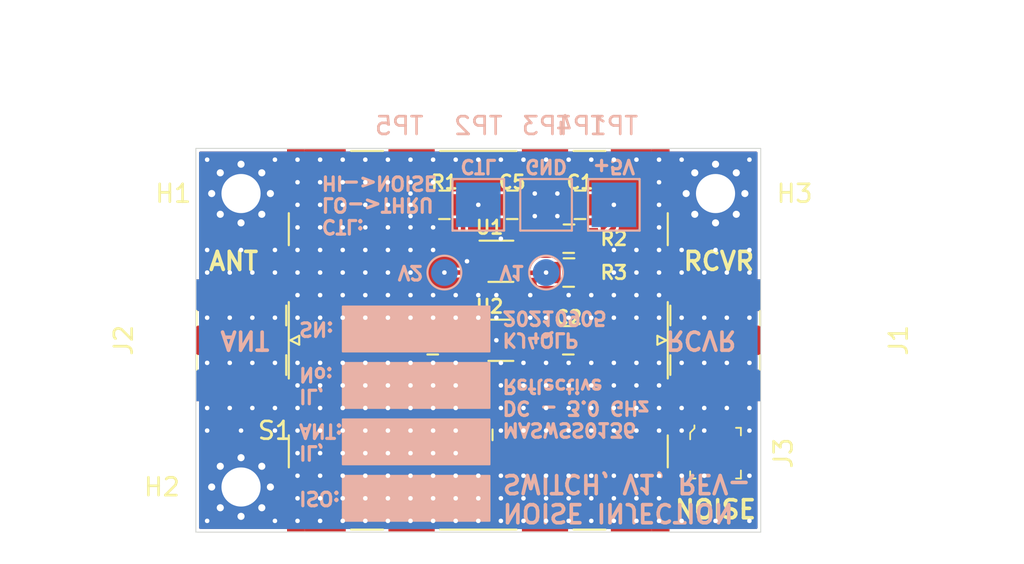
<source format=kicad_pcb>
(kicad_pcb (version 20171130) (host pcbnew 5.1.10-88a1d61d58~90~ubuntu20.04.1)

  (general
    (thickness 1.6)
    (drawings 30)
    (tracks 332)
    (zones 0)
    (modules 22)
    (nets 12)
  )

  (page USLetter)
  (title_block
    (title "Noise Injection Switch for Coherent RTL-SDR V3, Version 1")
    (date 2021-09-21)
    (rev A)
    (company "Amateur Radio / Phased Arrays")
    (comment 1 "SC-70-6 Variant")
    (comment 2 creativecommons.org/licenses/by/4.0/)
    (comment 3 "License: CC BY 4.0")
    (comment 4 "Author: Zach Leffke, KJ4QLP")
  )

  (layers
    (0 F.Cu signal)
    (31 B.Cu signal)
    (32 B.Adhes user)
    (33 F.Adhes user)
    (34 B.Paste user)
    (35 F.Paste user)
    (36 B.SilkS user)
    (37 F.SilkS user)
    (38 B.Mask user)
    (39 F.Mask user)
    (40 Dwgs.User user)
    (41 Cmts.User user)
    (42 Eco1.User user)
    (43 Eco2.User user)
    (44 Edge.Cuts user)
    (45 Margin user)
    (46 B.CrtYd user)
    (47 F.CrtYd user)
    (48 B.Fab user)
    (49 F.Fab user)
  )

  (setup
    (last_trace_width 0.254)
    (user_trace_width 0.254)
    (user_trace_width 0.381)
    (user_trace_width 0.508)
    (user_trace_width 0.762)
    (user_trace_width 1.016)
    (user_trace_width 1.27)
    (trace_clearance 0.1524)
    (zone_clearance 0.1524)
    (zone_45_only no)
    (trace_min 0.254)
    (via_size 0.8)
    (via_drill 0.4)
    (via_min_size 0.508)
    (via_min_drill 0.254)
    (user_via 0.508 0.254)
    (uvia_size 0.3)
    (uvia_drill 0.1)
    (uvias_allowed no)
    (uvia_min_size 0.2)
    (uvia_min_drill 0.1)
    (edge_width 0.05)
    (segment_width 0.2)
    (pcb_text_width 0.3)
    (pcb_text_size 1.5 1.5)
    (mod_edge_width 0.12)
    (mod_text_size 1 1)
    (mod_text_width 0.15)
    (pad_size 1.524 1.524)
    (pad_drill 0.762)
    (pad_to_mask_clearance 0)
    (aux_axis_origin 0 0)
    (visible_elements FFFDFF7F)
    (pcbplotparams
      (layerselection 0x010fc_ffffffff)
      (usegerberextensions false)
      (usegerberattributes true)
      (usegerberadvancedattributes true)
      (creategerberjobfile true)
      (excludeedgelayer true)
      (linewidth 0.100000)
      (plotframeref false)
      (viasonmask false)
      (mode 1)
      (useauxorigin false)
      (hpglpennumber 1)
      (hpglpenspeed 20)
      (hpglpendiameter 15.000000)
      (psnegative false)
      (psa4output false)
      (plotreference true)
      (plotvalue true)
      (plotinvisibletext false)
      (padsonsilk false)
      (subtractmaskfromsilk false)
      (outputformat 1)
      (mirror false)
      (drillshape 1)
      (scaleselection 1)
      (outputdirectory ""))
  )

  (net 0 "")
  (net 1 GND)
  (net 2 "Net-(C2-Pad1)")
  (net 3 "Net-(C2-Pad2)")
  (net 4 "Net-(C3-Pad1)")
  (net 5 "Net-(C3-Pad2)")
  (net 6 +5V)
  (net 7 /CTL)
  (net 8 "Net-(C4-Pad1)")
  (net 9 "Net-(C4-Pad2)")
  (net 10 /V1)
  (net 11 /V2)

  (net_class Default "This is the default net class."
    (clearance 0.1524)
    (trace_width 0.254)
    (via_dia 0.8)
    (via_drill 0.4)
    (uvia_dia 0.3)
    (uvia_drill 0.1)
    (diff_pair_width 0.254)
    (diff_pair_gap 0.254)
    (add_net +5V)
    (add_net /CTL)
    (add_net /V1)
    (add_net /V2)
    (add_net GND)
    (add_net "Net-(C2-Pad1)")
    (add_net "Net-(C2-Pad2)")
    (add_net "Net-(C3-Pad1)")
    (add_net "Net-(C3-Pad2)")
    (add_net "Net-(C4-Pad1)")
    (add_net "Net-(C4-Pad2)")
  )

  (module kj4qlp:CONSMA013.062 (layer F.Cu) (tedit 61497107) (tstamp 614A23F9)
    (at 176.53 99.695 90)
    (descr "Linx Technologies, Connector SMA Male, Edge Mount, DC-12.4 GHz (https://linxtechnologies.com/wp/wp-content/uploads/consma013.062.pdf)")
    (tags "SMA Straight Linx Edge Mount")
    (path /61362E9F)
    (attr smd)
    (fp_text reference J1 (at 0 7.747 90) (layer F.SilkS)
      (effects (font (size 1 1) (thickness 0.15)))
    )
    (fp_text value RCVR (at 0 13.97 90) (layer F.Fab)
      (effects (font (size 1 1) (thickness 0.15)))
    )
    (fp_line (start -0.25 -5.808) (end 0 -5.308) (layer F.SilkS) (width 0.12))
    (fp_line (start 0.25 -5.808) (end -0.25 -5.808) (layer F.SilkS) (width 0.12))
    (fp_line (start 0 -5.308) (end 0.25 -5.808) (layer F.SilkS) (width 0.12))
    (fp_line (start 0 1.068) (end -0.64 0.068) (layer F.Fab) (width 0.1))
    (fp_line (start 0.64 0.068) (end 0 1.068) (layer F.Fab) (width 0.1))
    (fp_line (start 4 0) (end 4 -5.08) (layer F.CrtYd) (width 0.05))
    (fp_line (start -4 0) (end -4 -5.08) (layer F.CrtYd) (width 0.05))
    (fp_line (start -4 -5.08) (end 4 -5.08) (layer F.CrtYd) (width 0.05))
    (fp_line (start 4 0) (end 4 -5.08) (layer B.CrtYd) (width 0.05))
    (fp_line (start -4 0) (end -4 -5.08) (layer B.CrtYd) (width 0.05))
    (fp_line (start -4 -5.08) (end 4 -5.08) (layer B.CrtYd) (width 0.05))
    (fp_line (start 4.064 12.7) (end 4.064 11.43) (layer F.Fab) (width 0.1))
    (fp_line (start 2.54 1.524) (end 2.54 4.064) (layer F.Fab) (width 0.1))
    (fp_line (start 3.175 -3.742) (end 2.365 -3.742) (layer F.Fab) (width 0.1))
    (fp_line (start 2.365 -3.742) (end 2.365 0.068) (layer F.Fab) (width 0.1))
    (fp_line (start 2.365 0.068) (end -2.365 0.068) (layer F.Fab) (width 0.1))
    (fp_line (start -2.365 0.068) (end -2.365 -3.742) (layer F.Fab) (width 0.1))
    (fp_line (start -2.365 -3.742) (end -3.175 -3.742) (layer F.Fab) (width 0.1))
    (fp_line (start -3.175 0) (end -3.175 1.524) (layer F.Fab) (width 0.1))
    (fp_line (start 4.1 0.068) (end -4.1 0.068) (layer Dwgs.User) (width 0.1))
    (fp_line (start -1.651 -0.032) (end -0.84 -0.032) (layer F.SilkS) (width 0.12))
    (fp_line (start 0.84 -0.032) (end 1.651 -0.032) (layer F.SilkS) (width 0.12))
    (fp_line (start -1.95 -5.08) (end -0.84 -5.08) (layer F.SilkS) (width 0.12))
    (fp_line (start 0.84 -5.08) (end 1.95 -5.08) (layer F.SilkS) (width 0.12))
    (fp_line (start 4.064 12.7) (end -4.064 12.7) (layer F.Fab) (width 0.1))
    (fp_line (start 3.556 4.064) (end -3.556 4.064) (layer F.Fab) (width 0.1))
    (fp_line (start 4.318 11.43) (end -4.318 11.43) (layer F.Fab) (width 0.1))
    (fp_line (start 4.318 5.08) (end -4.318 5.08) (layer F.Fab) (width 0.1))
    (fp_line (start -4.064 11.43) (end -4.064 12.7) (layer F.Fab) (width 0.1))
    (fp_line (start -4.318 5.08) (end -4.318 11.43) (layer F.Fab) (width 0.1))
    (fp_line (start 4.318 5.08) (end 4.318 11.43) (layer F.Fab) (width 0.1))
    (fp_line (start 3.175 1.524) (end -3.175 1.524) (layer F.Fab) (width 0.1))
    (fp_line (start 3.175 0) (end 3.175 1.524) (layer F.Fab) (width 0.1))
    (fp_line (start -2.54 1.524) (end -2.54 4.064) (layer F.Fab) (width 0.1))
    (fp_line (start -3.556 4.064) (end -4.318 5.08) (layer F.Fab) (width 0.1))
    (fp_line (start 4.318 5.08) (end 3.556 4.064) (layer F.Fab) (width 0.1))
    (fp_line (start 3.048 5.08) (end 3.048 11.43) (layer F.Fab) (width 0.1))
    (fp_line (start -3.048 5.08) (end -3.048 11.43) (layer F.Fab) (width 0.1))
    (fp_text user "Board Thickness: 0.062in" (at 0 13.335 90) (layer Cmts.User)
      (effects (font (size 1 1) (thickness 0.15)))
    )
    (fp_text user "PCB Edge" (at 0 0.568 90) (layer Dwgs.User)
      (effects (font (size 0.5 0.5) (thickness 0.1)))
    )
    (pad 1 smd rect (at 0 -2.54 90) (size 1.651 5.08) (layers F.Cu F.Paste F.Mask)
      (net 3 "Net-(C2-Pad2)"))
    (pad 2 smd rect (at 2.54 -2.54 90) (size 1.778 5.08) (layers F.Cu F.Paste F.Mask)
      (net 1 GND))
    (pad 2 smd rect (at -2.54 -2.54 90) (size 1.778 5.08) (layers F.Cu F.Paste F.Mask)
      (net 1 GND))
    (pad 2 smd rect (at 2.54 -2.54 90) (size 1.778 5.08) (layers B.Cu B.Paste B.Mask)
      (net 1 GND))
    (pad 2 smd rect (at -2.54 -2.54 90) (size 1.778 5.08) (layers B.Cu B.Paste B.Mask)
      (net 1 GND))
    (model ${KISYS3DMOD}/Connector_Coaxial.3dshapes/SMA_Samtec_SMA-J-P-X-ST-EM1_EdgeMount.wrl
      (at (xyz 0 0 0))
      (scale (xyz 1 1 1))
      (rotate (xyz 0 0 0))
    )
  )

  (module kj4qlp:CONSMA003.062 (layer F.Cu) (tedit 61497118) (tstamp 613AD9E8)
    (at 144.78 99.695 270)
    (descr "Linx Technologies, Connector SMA Female, Edge Mount, DC-12.4 GHz (https://linxtechnologies.com/wp/wp-content/uploads/consma003.062.pdf)")
    (tags "SMA Straight Linx Edge Mount")
    (path /613622EE)
    (attr smd)
    (fp_text reference J2 (at 0 4.064 90) (layer F.SilkS)
      (effects (font (size 1 1) (thickness 0.15)))
    )
    (fp_text value ANT (at 0 8.636 90) (layer F.Fab)
      (effects (font (size 1 1) (thickness 0.15)))
    )
    (fp_line (start -3.175 1.27) (end -3.175 7.62) (layer F.Fab) (width 0.1))
    (fp_line (start 3.937 0) (end 3.937 1.27) (layer F.Fab) (width 0.1))
    (fp_line (start 3.937 1.27) (end -3.937 1.27) (layer F.Fab) (width 0.1))
    (fp_line (start -3.175 7.62) (end 3.175 7.62) (layer F.Fab) (width 0.1))
    (fp_line (start 0.84 -5.08) (end 1.95 -5.08) (layer F.SilkS) (width 0.12))
    (fp_line (start -1.95 -5.08) (end -0.84 -5.08) (layer F.SilkS) (width 0.12))
    (fp_line (start 0.84 -0.032) (end 1.651 -0.032) (layer F.SilkS) (width 0.12))
    (fp_line (start -1.651 -0.032) (end -0.84 -0.032) (layer F.SilkS) (width 0.12))
    (fp_line (start 4.1 0.068) (end -4.1 0.068) (layer Dwgs.User) (width 0.1))
    (fp_line (start -3.937 0) (end -3.937 1.27) (layer F.Fab) (width 0.1))
    (fp_line (start -2.365 -3.742) (end -3.175 -3.742) (layer F.Fab) (width 0.1))
    (fp_line (start -2.365 0.068) (end -2.365 -3.742) (layer F.Fab) (width 0.1))
    (fp_line (start 2.365 0.068) (end -2.365 0.068) (layer F.Fab) (width 0.1))
    (fp_line (start 2.365 -3.742) (end 2.365 0.068) (layer F.Fab) (width 0.1))
    (fp_line (start 3.175 -3.742) (end 2.365 -3.742) (layer F.Fab) (width 0.1))
    (fp_line (start 3.175 1.27) (end 3.175 7.62) (layer F.Fab) (width 0.1))
    (fp_line (start -4 -5.08) (end 4 -5.08) (layer B.CrtYd) (width 0.05))
    (fp_line (start -4 0) (end -4 -5.08) (layer B.CrtYd) (width 0.05))
    (fp_line (start 4 0) (end 4 -5.08) (layer B.CrtYd) (width 0.05))
    (fp_line (start -4 -5.08) (end 4 -5.08) (layer F.CrtYd) (width 0.05))
    (fp_line (start -4 0) (end -4 -5.08) (layer F.CrtYd) (width 0.05))
    (fp_line (start 4 0) (end 4 -5.08) (layer F.CrtYd) (width 0.05))
    (fp_line (start 0.64 0.068) (end 0 1.068) (layer F.Fab) (width 0.1))
    (fp_line (start 0 1.068) (end -0.64 0.068) (layer F.Fab) (width 0.1))
    (fp_line (start 0 -5.308) (end 0.25 -5.808) (layer F.SilkS) (width 0.12))
    (fp_line (start 0.25 -5.808) (end -0.25 -5.808) (layer F.SilkS) (width 0.12))
    (fp_line (start -0.25 -5.808) (end 0 -5.308) (layer F.SilkS) (width 0.12))
    (fp_text user "Board Thickness: 0.062in" (at 0 10.16 90) (layer Cmts.User)
      (effects (font (size 1 1) (thickness 0.15)))
    )
    (fp_text user "PCB Edge" (at 0 0.568 90) (layer Dwgs.User)
      (effects (font (size 0.5 0.5) (thickness 0.1)))
    )
    (pad 1 smd rect (at 0 -2.54 270) (size 1.651 5.08) (layers F.Cu F.Paste F.Mask)
      (net 4 "Net-(C3-Pad1)"))
    (pad 2 smd rect (at 2.54 -2.54 270) (size 1.778 5.08) (layers F.Cu F.Paste F.Mask)
      (net 1 GND))
    (pad 2 smd rect (at -2.54 -2.54 270) (size 1.778 5.08) (layers F.Cu F.Paste F.Mask)
      (net 1 GND))
    (pad 2 smd rect (at 2.54 -2.54 270) (size 1.778 5.08) (layers B.Cu B.Paste B.Mask)
      (net 1 GND))
    (pad 2 smd rect (at -2.54 -2.54 270) (size 1.778 5.08) (layers B.Cu B.Paste B.Mask)
      (net 1 GND))
    (model ${KISYS3DMOD}/Connector_Coaxial.3dshapes/SMA_Samtec_SMA-J-P-X-ST-EM1_EdgeMount.wrl
      (at (xyz 0 0 0))
      (scale (xyz 1 1 1))
      (rotate (xyz 0 0 0))
    )
  )

  (module MountingHole:MountingHole_2.2mm_M2_Pad_Via (layer F.Cu) (tedit 56DDB9C7) (tstamp 613BAD7D)
    (at 173.99 91.44)
    (descr "Mounting Hole 2.2mm, M2")
    (tags "mounting hole 2.2mm m2")
    (path /615A0977)
    (attr virtual)
    (fp_text reference H3 (at 4.445 0) (layer F.SilkS)
      (effects (font (size 1 1) (thickness 0.15)))
    )
    (fp_text value MountingHole_Pad (at 0 3.2) (layer F.Fab)
      (effects (font (size 1 1) (thickness 0.15)))
    )
    (fp_circle (center 0 0) (end 2.2 0) (layer Cmts.User) (width 0.15))
    (fp_circle (center 0 0) (end 2.45 0) (layer F.CrtYd) (width 0.05))
    (fp_text user %R (at 0.3 0) (layer F.Fab)
      (effects (font (size 1 1) (thickness 0.15)))
    )
    (pad 1 thru_hole circle (at 1.166726 -1.166726) (size 0.7 0.7) (drill 0.4) (layers *.Cu *.Mask)
      (net 1 GND))
    (pad 1 thru_hole circle (at 0 -1.65) (size 0.7 0.7) (drill 0.4) (layers *.Cu *.Mask)
      (net 1 GND))
    (pad 1 thru_hole circle (at -1.166726 -1.166726) (size 0.7 0.7) (drill 0.4) (layers *.Cu *.Mask)
      (net 1 GND))
    (pad 1 thru_hole circle (at -1.65 0) (size 0.7 0.7) (drill 0.4) (layers *.Cu *.Mask)
      (net 1 GND))
    (pad 1 thru_hole circle (at -1.166726 1.166726) (size 0.7 0.7) (drill 0.4) (layers *.Cu *.Mask)
      (net 1 GND))
    (pad 1 thru_hole circle (at 0 1.65) (size 0.7 0.7) (drill 0.4) (layers *.Cu *.Mask)
      (net 1 GND))
    (pad 1 thru_hole circle (at 1.166726 1.166726) (size 0.7 0.7) (drill 0.4) (layers *.Cu *.Mask)
      (net 1 GND))
    (pad 1 thru_hole circle (at 1.65 0) (size 0.7 0.7) (drill 0.4) (layers *.Cu *.Mask)
      (net 1 GND))
    (pad 1 thru_hole circle (at 0 0) (size 4.4 4.4) (drill 2.2) (layers *.Cu *.Mask)
      (net 1 GND))
  )

  (module MountingHole:MountingHole_2.2mm_M2_Pad_Via (layer F.Cu) (tedit 56DDB9C7) (tstamp 613BA48F)
    (at 147.32 107.95)
    (descr "Mounting Hole 2.2mm, M2")
    (tags "mounting hole 2.2mm m2")
    (path /61599CCB)
    (attr virtual)
    (fp_text reference H2 (at -4.445 0) (layer F.SilkS)
      (effects (font (size 1 1) (thickness 0.15)))
    )
    (fp_text value MountingHole_Pad (at 0 3.2) (layer F.Fab)
      (effects (font (size 1 1) (thickness 0.15)))
    )
    (fp_circle (center 0 0) (end 2.2 0) (layer Cmts.User) (width 0.15))
    (fp_circle (center 0 0) (end 2.45 0) (layer F.CrtYd) (width 0.05))
    (fp_text user %R (at 0.3 0) (layer F.Fab)
      (effects (font (size 1 1) (thickness 0.15)))
    )
    (pad 1 thru_hole circle (at 1.166726 -1.166726) (size 0.7 0.7) (drill 0.4) (layers *.Cu *.Mask)
      (net 1 GND))
    (pad 1 thru_hole circle (at 0 -1.65) (size 0.7 0.7) (drill 0.4) (layers *.Cu *.Mask)
      (net 1 GND))
    (pad 1 thru_hole circle (at -1.166726 -1.166726) (size 0.7 0.7) (drill 0.4) (layers *.Cu *.Mask)
      (net 1 GND))
    (pad 1 thru_hole circle (at -1.65 0) (size 0.7 0.7) (drill 0.4) (layers *.Cu *.Mask)
      (net 1 GND))
    (pad 1 thru_hole circle (at -1.166726 1.166726) (size 0.7 0.7) (drill 0.4) (layers *.Cu *.Mask)
      (net 1 GND))
    (pad 1 thru_hole circle (at 0 1.65) (size 0.7 0.7) (drill 0.4) (layers *.Cu *.Mask)
      (net 1 GND))
    (pad 1 thru_hole circle (at 1.166726 1.166726) (size 0.7 0.7) (drill 0.4) (layers *.Cu *.Mask)
      (net 1 GND))
    (pad 1 thru_hole circle (at 1.65 0) (size 0.7 0.7) (drill 0.4) (layers *.Cu *.Mask)
      (net 1 GND))
    (pad 1 thru_hole circle (at 0 0) (size 4.4 4.4) (drill 2.2) (layers *.Cu *.Mask)
      (net 1 GND))
  )

  (module MountingHole:MountingHole_2.2mm_M2_Pad_Via (layer F.Cu) (tedit 56DDB9C7) (tstamp 613B9D5A)
    (at 147.32 91.44)
    (descr "Mounting Hole 2.2mm, M2")
    (tags "mounting hole 2.2mm m2")
    (path /61595949)
    (attr virtual)
    (fp_text reference H1 (at -3.81 0) (layer F.SilkS)
      (effects (font (size 1 1) (thickness 0.15)))
    )
    (fp_text value MountingHole_Pad (at 0 3.2) (layer F.Fab)
      (effects (font (size 1 1) (thickness 0.15)))
    )
    (fp_circle (center 0 0) (end 2.2 0) (layer Cmts.User) (width 0.15))
    (fp_circle (center 0 0) (end 2.45 0) (layer F.CrtYd) (width 0.05))
    (fp_text user %R (at 0.3 0) (layer F.Fab)
      (effects (font (size 1 1) (thickness 0.15)))
    )
    (pad 1 thru_hole circle (at 1.166726 -1.166726) (size 0.7 0.7) (drill 0.4) (layers *.Cu *.Mask)
      (net 1 GND))
    (pad 1 thru_hole circle (at 0 -1.65) (size 0.7 0.7) (drill 0.4) (layers *.Cu *.Mask)
      (net 1 GND))
    (pad 1 thru_hole circle (at -1.166726 -1.166726) (size 0.7 0.7) (drill 0.4) (layers *.Cu *.Mask)
      (net 1 GND))
    (pad 1 thru_hole circle (at -1.65 0) (size 0.7 0.7) (drill 0.4) (layers *.Cu *.Mask)
      (net 1 GND))
    (pad 1 thru_hole circle (at -1.166726 1.166726) (size 0.7 0.7) (drill 0.4) (layers *.Cu *.Mask)
      (net 1 GND))
    (pad 1 thru_hole circle (at 0 1.65) (size 0.7 0.7) (drill 0.4) (layers *.Cu *.Mask)
      (net 1 GND))
    (pad 1 thru_hole circle (at 1.166726 1.166726) (size 0.7 0.7) (drill 0.4) (layers *.Cu *.Mask)
      (net 1 GND))
    (pad 1 thru_hole circle (at 1.65 0) (size 0.7 0.7) (drill 0.4) (layers *.Cu *.Mask)
      (net 1 GND))
    (pad 1 thru_hole circle (at 0 0) (size 4.4 4.4) (drill 2.2) (layers *.Cu *.Mask)
      (net 1 GND))
  )

  (module RF_Shielding:Wuerth_36103205_20x20mm (layer F.Cu) (tedit 5A143358) (tstamp 613B8B77)
    (at 160.655 99.695)
    (descr "WE-SHC Shielding Cabinet SMD 20x20mm")
    (tags "Shielding Cabinet")
    (path /615782CF)
    (attr smd)
    (fp_text reference S1 (at -11.43 5.08) (layer F.SilkS)
      (effects (font (size 1 1) (thickness 0.15)))
    )
    (fp_text value RF_Shield_Two_Pieces (at 0 11.75) (layer F.Fab)
      (effects (font (size 1 1) (thickness 0.15)))
    )
    (fp_line (start -11 -11) (end -11 11) (layer F.CrtYd) (width 0.05))
    (fp_line (start -11 11) (end 11 11) (layer F.CrtYd) (width 0.05))
    (fp_line (start 11 11) (end 11 -11) (layer F.CrtYd) (width 0.05))
    (fp_line (start 11 -11) (end -11 -11) (layer F.CrtYd) (width 0.05))
    (fp_line (start -9.5 -9.5) (end -9.5 9.5) (layer F.CrtYd) (width 0.05))
    (fp_line (start -9.5 9.5) (end 9.5 9.5) (layer F.CrtYd) (width 0.05))
    (fp_line (start 9.5 9.5) (end 9.5 -9.5) (layer F.CrtYd) (width 0.05))
    (fp_line (start 9.5 -9.5) (end -9.5 -9.5) (layer F.CrtYd) (width 0.05))
    (fp_line (start -10.5 -10.5) (end -10.5 10.5) (layer F.Fab) (width 0.1))
    (fp_line (start -10.5 10.5) (end 10.5 10.5) (layer F.Fab) (width 0.1))
    (fp_line (start 10.5 10.5) (end 10.5 -10.5) (layer F.Fab) (width 0.1))
    (fp_line (start 10.5 -10.5) (end -10.5 -10.5) (layer F.Fab) (width 0.1))
    (fp_line (start -7.15 -10.65) (end -5.35 -10.65) (layer F.SilkS) (width 0.12))
    (fp_line (start -7.15 10.65) (end -5.35 10.65) (layer F.SilkS) (width 0.12))
    (fp_line (start -2.15 -10.65) (end 2.15 -10.65) (layer F.SilkS) (width 0.12))
    (fp_line (start -2.15 10.65) (end 2.15 10.65) (layer F.SilkS) (width 0.12))
    (fp_line (start 5.35 -10.65) (end 7.15 -10.65) (layer F.SilkS) (width 0.12))
    (fp_line (start 5.35 10.65) (end 7.15 10.65) (layer F.SilkS) (width 0.12))
    (fp_line (start -10.65 -7.15) (end -10.65 -5.35) (layer F.SilkS) (width 0.12))
    (fp_line (start 10.65 -7.15) (end 10.65 -5.35) (layer F.SilkS) (width 0.12))
    (fp_line (start -10.65 -2.15) (end -10.65 2.15) (layer F.SilkS) (width 0.12))
    (fp_line (start 10.65 -2.15) (end 10.65 2.15) (layer F.SilkS) (width 0.12))
    (fp_line (start -10.65 5.35) (end -10.65 7.15) (layer F.SilkS) (width 0.12))
    (fp_line (start 10.65 5.35) (end 10.65 7.15) (layer F.SilkS) (width 0.12))
    (fp_text user %R (at -11.43 5.08) (layer F.Fab)
      (effects (font (size 1 1) (thickness 0.15)))
    )
    (pad 1 smd rect (at 10.25 8.6) (size 1 2.3) (layers F.Cu F.Paste F.Mask)
      (net 1 GND))
    (pad 1 smd rect (at -10.25 8.6) (size 1 2.3) (layers F.Cu F.Paste F.Mask)
      (net 1 GND))
    (pad 1 smd rect (at 10.25 3.75) (size 1 2.6) (layers F.Cu F.Paste F.Mask)
      (net 1 GND))
    (pad 1 smd rect (at -10.25 3.75) (size 1 2.6) (layers F.Cu F.Paste F.Mask)
      (net 1 GND))
    (pad 1 smd rect (at 10.25 -3.75) (size 1 2.6) (layers F.Cu F.Paste F.Mask)
      (net 1 GND))
    (pad 1 smd rect (at -10.25 -3.75) (size 1 2.6) (layers F.Cu F.Paste F.Mask)
      (net 1 GND))
    (pad 1 smd rect (at 10.25 -8.6) (size 1 2.3) (layers F.Cu F.Paste F.Mask)
      (net 1 GND))
    (pad 1 smd rect (at -10.25 -8.6) (size 1 2.3) (layers F.Cu F.Paste F.Mask)
      (net 1 GND))
    (pad 1 smd rect (at 8.6 10.25) (size 2.3 1) (layers F.Cu F.Paste F.Mask)
      (net 1 GND))
    (pad 1 smd rect (at 8.6 -10.25) (size 2.3 1) (layers F.Cu F.Paste F.Mask)
      (net 1 GND))
    (pad 1 smd rect (at 3.75 10.25) (size 2.6 1) (layers F.Cu F.Paste F.Mask)
      (net 1 GND))
    (pad 1 smd rect (at 3.75 -10.25) (size 2.6 1) (layers F.Cu F.Paste F.Mask)
      (net 1 GND))
    (pad 1 smd rect (at -3.75 10.25) (size 2.6 1) (layers F.Cu F.Paste F.Mask)
      (net 1 GND))
    (pad 1 smd rect (at -3.75 -10.25) (size 2.6 1) (layers F.Cu F.Paste F.Mask)
      (net 1 GND))
    (pad 1 smd rect (at -8.6 10.25) (size 2.3 1) (layers F.Cu F.Paste F.Mask)
      (net 1 GND))
    (pad 1 smd rect (at -8.6 -10.25) (size 2.3 1) (layers F.Cu F.Paste F.Mask)
      (net 1 GND))
    (pad 1 smd rect (at -10.25 10.25) (size 1 1) (layers F.Cu F.Paste F.Mask)
      (net 1 GND))
    (pad 1 smd rect (at 10.25 10.25) (size 1 1) (layers F.Cu F.Paste F.Mask)
      (net 1 GND))
    (pad 1 smd rect (at 10.25 -10.25) (size 1 1) (layers F.Cu F.Paste F.Mask)
      (net 1 GND))
    (pad 1 smd rect (at -10.25 -10.25) (size 1 1) (layers F.Cu F.Paste F.Mask)
      (net 1 GND))
    (model ${KISYS3DMOD}/RF_Shielding.3dshapes/Wuerth_36103205_20x20mm.wrl
      (at (xyz 0 0 0))
      (scale (xyz 1 1 1))
      (rotate (xyz 0 0 0))
    )
  )

  (module digikey-footprints:0805 (layer F.Cu) (tedit 5D288D36) (tstamp 613B73E7)
    (at 165.735 95.885 180)
    (path /6153907E)
    (attr smd)
    (fp_text reference R3 (at -2.54 0) (layer F.SilkS)
      (effects (font (size 0.762 0.762) (thickness 0.1524)))
    )
    (fp_text value 100k (at 0 1.95) (layer F.Fab)
      (effects (font (size 1 1) (thickness 0.15)))
    )
    (fp_line (start -1.9 0.93) (end 1.9 0.93) (layer F.CrtYd) (width 0.05))
    (fp_line (start -1.9 -0.93) (end 1.9 -0.93) (layer F.CrtYd) (width 0.05))
    (fp_line (start 1.9 0.93) (end 1.9 -0.93) (layer F.CrtYd) (width 0.05))
    (fp_line (start -1.9 0.93) (end -1.9 -0.93) (layer F.CrtYd) (width 0.05))
    (fp_line (start -0.32 0.8) (end 0.28 0.8) (layer F.SilkS) (width 0.12))
    (fp_line (start -0.3 -0.8) (end 0.3 -0.8) (layer F.SilkS) (width 0.12))
    (fp_line (start -0.95 0.68) (end 0.95 0.68) (layer F.Fab) (width 0.12))
    (fp_line (start -0.95 -0.68) (end 0.95 -0.68) (layer F.Fab) (width 0.12))
    (fp_line (start 0.95 -0.675) (end 0.95 0.675) (layer F.Fab) (width 0.12))
    (fp_line (start -0.95 -0.675) (end -0.95 0.675) (layer F.Fab) (width 0.12))
    (pad 1 smd rect (at -1.05 0 180) (size 1.2 1.2) (layers F.Cu F.Paste F.Mask)
      (net 6 +5V))
    (pad 2 smd rect (at 1.05 0 180) (size 1.2 1.2) (layers F.Cu F.Paste F.Mask)
      (net 10 /V1))
  )

  (module digikey-footprints:0805 (layer F.Cu) (tedit 5D288D36) (tstamp 613B65D9)
    (at 165.735 93.98 180)
    (path /61522267)
    (attr smd)
    (fp_text reference R2 (at -2.54 0) (layer F.SilkS)
      (effects (font (size 0.762 0.762) (thickness 0.1524)))
    )
    (fp_text value 100k (at 0 1.95) (layer F.Fab)
      (effects (font (size 1 1) (thickness 0.15)))
    )
    (fp_line (start -1.9 0.93) (end 1.9 0.93) (layer F.CrtYd) (width 0.05))
    (fp_line (start -1.9 -0.93) (end 1.9 -0.93) (layer F.CrtYd) (width 0.05))
    (fp_line (start 1.9 0.93) (end 1.9 -0.93) (layer F.CrtYd) (width 0.05))
    (fp_line (start -1.9 0.93) (end -1.9 -0.93) (layer F.CrtYd) (width 0.05))
    (fp_line (start -0.32 0.8) (end 0.28 0.8) (layer F.SilkS) (width 0.12))
    (fp_line (start -0.3 -0.8) (end 0.3 -0.8) (layer F.SilkS) (width 0.12))
    (fp_line (start -0.95 0.68) (end 0.95 0.68) (layer F.Fab) (width 0.12))
    (fp_line (start -0.95 -0.68) (end 0.95 -0.68) (layer F.Fab) (width 0.12))
    (fp_line (start 0.95 -0.675) (end 0.95 0.675) (layer F.Fab) (width 0.12))
    (fp_line (start -0.95 -0.675) (end -0.95 0.675) (layer F.Fab) (width 0.12))
    (pad 1 smd rect (at -1.05 0 180) (size 1.2 1.2) (layers F.Cu F.Paste F.Mask)
      (net 6 +5V))
    (pad 2 smd rect (at 1.05 0 180) (size 1.2 1.2) (layers F.Cu F.Paste F.Mask)
      (net 11 /V2))
  )

  (module digikey-footprints:Molex_734120114_UMC_RF_CONN_Vertical (layer F.Cu) (tedit 5D2892B1) (tstamp 613B4F18)
    (at 173.99 106.045 270)
    (path /61494AE7)
    (attr smd)
    (fp_text reference J3 (at 0 -3.81 90) (layer F.SilkS)
      (effects (font (size 1 1) (thickness 0.15)))
    )
    (fp_text value NOISE (at 0.2 3.175 90) (layer F.Fab)
      (effects (font (size 1 1) (thickness 0.15)))
    )
    (fp_line (start -1.5621 1.18762) (end -1.39446 1.18762) (layer F.SilkS) (width 0.1))
    (fp_line (start -1.38524 1.1927) (end -1.16524 1.4097) (layer F.SilkS) (width 0.1))
    (fp_line (start -1.14554 1.425) (end -0.77978 1.425) (layer F.SilkS) (width 0.1))
    (fp_line (start -1.29794 1.09982) (end -1.09728 1.30048) (layer F.Fab) (width 0.1))
    (fp_line (start -2.25 2.25) (end -2.25 -2.25) (layer F.CrtYd) (width 0.05))
    (fp_line (start 2.25 2.25) (end -2.25 2.25) (layer F.CrtYd) (width 0.05))
    (fp_line (start 2.25 -2.25) (end 2.25 2.25) (layer F.CrtYd) (width 0.05))
    (fp_line (start -2.25 -2.25) (end 2.25 -2.25) (layer F.CrtYd) (width 0.05))
    (fp_line (start 1.425 1.125) (end 1.425 1.425) (layer F.SilkS) (width 0.1))
    (fp_line (start 1.425 1.425) (end 1.025 1.425) (layer F.SilkS) (width 0.1))
    (fp_line (start -1 -1.425) (end -1.425 -1.425) (layer F.SilkS) (width 0.1))
    (fp_line (start -1.425 -1.425) (end -1.425 -1.15) (layer F.SilkS) (width 0.1))
    (fp_line (start 0.975 -1.425) (end 1.425 -1.425) (layer F.SilkS) (width 0.1))
    (fp_line (start 1.425 -1.425) (end 1.425 -1.15) (layer F.SilkS) (width 0.1))
    (fp_line (start -1.3 -1.3) (end -1.3 1.09982) (layer F.Fab) (width 0.1))
    (fp_line (start 1.3 1.3) (end -1.09728 1.3) (layer F.Fab) (width 0.1))
    (fp_line (start 1.3 -1.3) (end 1.3 1.3) (layer F.Fab) (width 0.1))
    (fp_line (start -1.3 -1.3) (end 1.3 -1.3) (layer F.Fab) (width 0.1))
    (fp_text user %R (at -0.05 -0.125 90) (layer F.Fab)
      (effects (font (size 0.5 0.5) (thickness 0.025)))
    )
    (pad 1 smd rect (at -1.5 0 270) (size 1 2.2) (layers F.Cu F.Paste F.Mask)
      (net 1 GND))
    (pad 1 smd rect (at 1.5 0 270) (size 1 2.2) (layers F.Cu F.Paste F.Mask)
      (net 1 GND))
    (pad 2 smd rect (at 0 1.5 270) (size 1 1) (layers F.Cu F.Paste F.Mask)
      (net 8 "Net-(C4-Pad1)"))
    (pad 1 smd rect (at 0 -1.5 270) (size 1 1) (layers F.Cu F.Paste F.Mask)
      (net 1 GND))
  )

  (module TestPoint:TestPoint_Pad_D1.5mm (layer B.Cu) (tedit 5A0F774F) (tstamp 613B119B)
    (at 158.75 95.885 180)
    (descr "SMD pad as test Point, diameter 1.5mm")
    (tags "test point SMD pad")
    (path /613DE65C)
    (attr virtual)
    (fp_text reference TP5 (at 2.54 8.255) (layer B.SilkS)
      (effects (font (size 1 1) (thickness 0.15)) (justify mirror))
    )
    (fp_text value V2 (at 0 -1.75) (layer B.Fab)
      (effects (font (size 1 1) (thickness 0.15)) (justify mirror))
    )
    (fp_circle (center 0 0) (end 1.25 0) (layer B.CrtYd) (width 0.05))
    (fp_circle (center 0 0) (end 0 -0.95) (layer B.SilkS) (width 0.12))
    (fp_text user %R (at 2.54 8.89) (layer B.Fab)
      (effects (font (size 1 1) (thickness 0.15)) (justify mirror))
    )
    (pad 1 smd circle (at 0 0 180) (size 1.5 1.5) (layers B.Cu B.Mask)
      (net 11 /V2))
  )

  (module TestPoint:TestPoint_Pad_D1.5mm (layer B.Cu) (tedit 5A0F774F) (tstamp 613B1193)
    (at 164.465 95.885 180)
    (descr "SMD pad as test Point, diameter 1.5mm")
    (tags "test point SMD pad")
    (path /613DEDAD)
    (attr virtual)
    (fp_text reference TP4 (at -1.905 8.255) (layer B.SilkS)
      (effects (font (size 1 1) (thickness 0.15)) (justify mirror))
    )
    (fp_text value V1 (at 0 -1.75) (layer B.Fab)
      (effects (font (size 1 1) (thickness 0.15)) (justify mirror))
    )
    (fp_circle (center 0 0) (end 1.25 0) (layer B.CrtYd) (width 0.05))
    (fp_circle (center 0 0) (end 0 -0.95) (layer B.SilkS) (width 0.12))
    (fp_text user %R (at -0.635 8.89) (layer B.Fab)
      (effects (font (size 1 1) (thickness 0.15)) (justify mirror))
    )
    (pad 1 smd circle (at 0 0 180) (size 1.5 1.5) (layers B.Cu B.Mask)
      (net 10 /V1))
  )

  (module TestPoint:TestPoint_Pad_2.5x2.5mm (layer B.Cu) (tedit 5A0F774F) (tstamp 61368F4C)
    (at 168.275 92.075)
    (descr "SMD rectangular pad as test Point, square 2.5mm side length")
    (tags "test point SMD pad rectangle square")
    (path /613FFA68)
    (attr virtual)
    (fp_text reference TP1 (at 0 -4.445) (layer B.SilkS)
      (effects (font (size 1 1) (thickness 0.15)) (justify mirror))
    )
    (fp_text value +5V (at 0 -2.25) (layer B.Fab)
      (effects (font (size 1 1) (thickness 0.15)) (justify mirror))
    )
    (fp_line (start 1.75 -1.75) (end -1.75 -1.75) (layer B.CrtYd) (width 0.05))
    (fp_line (start 1.75 -1.75) (end 1.75 1.75) (layer B.CrtYd) (width 0.05))
    (fp_line (start -1.75 1.75) (end -1.75 -1.75) (layer B.CrtYd) (width 0.05))
    (fp_line (start -1.75 1.75) (end 1.75 1.75) (layer B.CrtYd) (width 0.05))
    (fp_line (start -1.45 -1.45) (end -1.45 1.45) (layer B.SilkS) (width 0.12))
    (fp_line (start 1.45 -1.45) (end -1.45 -1.45) (layer B.SilkS) (width 0.12))
    (fp_line (start 1.45 1.45) (end 1.45 -1.45) (layer B.SilkS) (width 0.12))
    (fp_line (start -1.45 1.45) (end 1.45 1.45) (layer B.SilkS) (width 0.12))
    (fp_text user %R (at 0 -4.445) (layer B.Fab)
      (effects (font (size 1 1) (thickness 0.15)) (justify mirror))
    )
    (pad 1 smd rect (at 0 0) (size 2.5 2.5) (layers B.Cu B.Mask)
      (net 6 +5V))
  )

  (module Package_TO_SOT_SMD:SOT-363_SC-70-6 (layer F.Cu) (tedit 5A02FF57) (tstamp 613AEFF6)
    (at 161.925 99.695)
    (descr "SOT-363, SC-70-6")
    (tags "SOT-363 SC-70-6")
    (path /613B7E7A)
    (attr smd)
    (fp_text reference U2 (at -0.635 -1.905) (layer F.SilkS)
      (effects (font (size 0.762 0.762) (thickness 0.1524)))
    )
    (fp_text value MASWSS0136 (at 0 2 180) (layer F.Fab)
      (effects (font (size 1 1) (thickness 0.15)))
    )
    (fp_line (start 0.7 -1.16) (end -1.2 -1.16) (layer F.SilkS) (width 0.12))
    (fp_line (start -0.7 1.16) (end 0.7 1.16) (layer F.SilkS) (width 0.12))
    (fp_line (start 1.6 1.4) (end 1.6 -1.4) (layer F.CrtYd) (width 0.05))
    (fp_line (start -1.6 -1.4) (end -1.6 1.4) (layer F.CrtYd) (width 0.05))
    (fp_line (start -1.6 -1.4) (end 1.6 -1.4) (layer F.CrtYd) (width 0.05))
    (fp_line (start 0.675 -1.1) (end -0.175 -1.1) (layer F.Fab) (width 0.1))
    (fp_line (start -0.675 -0.6) (end -0.675 1.1) (layer F.Fab) (width 0.1))
    (fp_line (start -1.6 1.4) (end 1.6 1.4) (layer F.CrtYd) (width 0.05))
    (fp_line (start 0.675 -1.1) (end 0.675 1.1) (layer F.Fab) (width 0.1))
    (fp_line (start 0.675 1.1) (end -0.675 1.1) (layer F.Fab) (width 0.1))
    (fp_line (start -0.175 -1.1) (end -0.675 -0.6) (layer F.Fab) (width 0.1))
    (fp_text user %R (at 0 0 90) (layer F.Fab)
      (effects (font (size 0.5 0.5) (thickness 0.075)))
    )
    (pad 6 smd rect (at 0.95 -0.65) (size 0.65 0.4) (layers F.Cu F.Paste F.Mask)
      (net 10 /V1))
    (pad 4 smd rect (at 0.95 0.65) (size 0.65 0.4) (layers F.Cu F.Paste F.Mask)
      (net 11 /V2))
    (pad 2 smd rect (at -0.95 0) (size 0.65 0.4) (layers F.Cu F.Paste F.Mask)
      (net 1 GND))
    (pad 5 smd rect (at 0.95 0) (size 0.65 0.4) (layers F.Cu F.Paste F.Mask)
      (net 2 "Net-(C2-Pad1)"))
    (pad 3 smd rect (at -0.95 0.65) (size 0.65 0.4) (layers F.Cu F.Paste F.Mask)
      (net 9 "Net-(C4-Pad2)"))
    (pad 1 smd rect (at -0.95 -0.65) (size 0.65 0.4) (layers F.Cu F.Paste F.Mask)
      (net 5 "Net-(C3-Pad2)"))
    (model ${KISYS3DMOD}/Package_TO_SOT_SMD.3dshapes/SOT-363_SC-70-6.wrl
      (at (xyz 0 0 0))
      (scale (xyz 1 1 1))
      (rotate (xyz 0 0 0))
    )
  )

  (module digikey-footprints:0805 (layer F.Cu) (tedit 5D288D36) (tstamp 6136BF42)
    (at 158.75 92.075 180)
    (path /615158F9)
    (attr smd)
    (fp_text reference R1 (at 0 1.27) (layer F.SilkS)
      (effects (font (size 0.762 0.762) (thickness 0.1524)))
    )
    (fp_text value 100k (at 0 1.95) (layer F.Fab)
      (effects (font (size 1 1) (thickness 0.15)))
    )
    (fp_line (start -0.95 -0.675) (end -0.95 0.675) (layer F.Fab) (width 0.12))
    (fp_line (start 0.95 -0.675) (end 0.95 0.675) (layer F.Fab) (width 0.12))
    (fp_line (start -0.95 -0.68) (end 0.95 -0.68) (layer F.Fab) (width 0.12))
    (fp_line (start -0.95 0.68) (end 0.95 0.68) (layer F.Fab) (width 0.12))
    (fp_line (start -0.3 -0.8) (end 0.3 -0.8) (layer F.SilkS) (width 0.12))
    (fp_line (start -0.32 0.8) (end 0.28 0.8) (layer F.SilkS) (width 0.12))
    (fp_line (start -1.9 0.93) (end -1.9 -0.93) (layer F.CrtYd) (width 0.05))
    (fp_line (start 1.9 0.93) (end 1.9 -0.93) (layer F.CrtYd) (width 0.05))
    (fp_line (start -1.9 -0.93) (end 1.9 -0.93) (layer F.CrtYd) (width 0.05))
    (fp_line (start -1.9 0.93) (end 1.9 0.93) (layer F.CrtYd) (width 0.05))
    (pad 1 smd rect (at -1.05 0 180) (size 1.2 1.2) (layers F.Cu F.Paste F.Mask)
      (net 7 /CTL))
    (pad 2 smd rect (at 1.05 0 180) (size 1.2 1.2) (layers F.Cu F.Paste F.Mask)
      (net 1 GND))
  )

  (module Package_TO_SOT_SMD:SOT-363_SC-70-6 (layer F.Cu) (tedit 5A02FF57) (tstamp 61368F7E)
    (at 161.925 95.25)
    (descr "SOT-363, SC-70-6")
    (tags "SOT-363 SC-70-6")
    (path /613D5E4B)
    (attr smd)
    (fp_text reference U1 (at -0.635 -1.905 180) (layer F.SilkS)
      (effects (font (size 0.762 0.762) (thickness 0.1524)))
    )
    (fp_text value 74LVC2G06 (at 0 2 180) (layer F.Fab)
      (effects (font (size 1 1) (thickness 0.15)))
    )
    (fp_line (start -0.175 -1.1) (end -0.675 -0.6) (layer F.Fab) (width 0.1))
    (fp_line (start 0.675 1.1) (end -0.675 1.1) (layer F.Fab) (width 0.1))
    (fp_line (start 0.675 -1.1) (end 0.675 1.1) (layer F.Fab) (width 0.1))
    (fp_line (start -1.6 1.4) (end 1.6 1.4) (layer F.CrtYd) (width 0.05))
    (fp_line (start -0.675 -0.6) (end -0.675 1.1) (layer F.Fab) (width 0.1))
    (fp_line (start 0.675 -1.1) (end -0.175 -1.1) (layer F.Fab) (width 0.1))
    (fp_line (start -1.6 -1.4) (end 1.6 -1.4) (layer F.CrtYd) (width 0.05))
    (fp_line (start -1.6 -1.4) (end -1.6 1.4) (layer F.CrtYd) (width 0.05))
    (fp_line (start 1.6 1.4) (end 1.6 -1.4) (layer F.CrtYd) (width 0.05))
    (fp_line (start -0.7 1.16) (end 0.7 1.16) (layer F.SilkS) (width 0.12))
    (fp_line (start 0.7 -1.16) (end -1.2 -1.16) (layer F.SilkS) (width 0.12))
    (fp_text user %R (at 0 -0.635 180) (layer F.Fab)
      (effects (font (size 0.5 0.5) (thickness 0.075)))
    )
    (pad 6 smd rect (at 0.95 -0.65) (size 0.65 0.4) (layers F.Cu F.Paste F.Mask)
      (net 11 /V2))
    (pad 4 smd rect (at 0.95 0.65) (size 0.65 0.4) (layers F.Cu F.Paste F.Mask)
      (net 10 /V1))
    (pad 2 smd rect (at -0.95 0) (size 0.65 0.4) (layers F.Cu F.Paste F.Mask)
      (net 1 GND))
    (pad 5 smd rect (at 0.95 0) (size 0.65 0.4) (layers F.Cu F.Paste F.Mask)
      (net 6 +5V))
    (pad 3 smd rect (at -0.95 0.65) (size 0.65 0.4) (layers F.Cu F.Paste F.Mask)
      (net 11 /V2))
    (pad 1 smd rect (at -0.95 -0.65) (size 0.65 0.4) (layers F.Cu F.Paste F.Mask)
      (net 7 /CTL))
    (model ${KISYS3DMOD}/Package_TO_SOT_SMD.3dshapes/SOT-363_SC-70-6.wrl
      (at (xyz 0 0 0))
      (scale (xyz 1 1 1))
      (rotate (xyz 0 0 0))
    )
  )

  (module digikey-footprints:0805 (layer F.Cu) (tedit 5D288D36) (tstamp 61368F06)
    (at 162.56 92.075 180)
    (path /614068E4)
    (attr smd)
    (fp_text reference C5 (at 0 1.27) (layer F.SilkS)
      (effects (font (size 0.762 0.762) (thickness 0.1524)))
    )
    (fp_text value 0.1uf (at 0 1.95) (layer F.Fab)
      (effects (font (size 1 1) (thickness 0.15)))
    )
    (fp_line (start -0.95 -0.675) (end -0.95 0.675) (layer F.Fab) (width 0.12))
    (fp_line (start 0.95 -0.675) (end 0.95 0.675) (layer F.Fab) (width 0.12))
    (fp_line (start -0.95 -0.68) (end 0.95 -0.68) (layer F.Fab) (width 0.12))
    (fp_line (start -0.95 0.68) (end 0.95 0.68) (layer F.Fab) (width 0.12))
    (fp_line (start -0.3 -0.8) (end 0.3 -0.8) (layer F.SilkS) (width 0.12))
    (fp_line (start -0.32 0.8) (end 0.28 0.8) (layer F.SilkS) (width 0.12))
    (fp_line (start -1.9 0.93) (end -1.9 -0.93) (layer F.CrtYd) (width 0.05))
    (fp_line (start 1.9 0.93) (end 1.9 -0.93) (layer F.CrtYd) (width 0.05))
    (fp_line (start -1.9 -0.93) (end 1.9 -0.93) (layer F.CrtYd) (width 0.05))
    (fp_line (start -1.9 0.93) (end 1.9 0.93) (layer F.CrtYd) (width 0.05))
    (pad 1 smd rect (at -1.05 0 180) (size 1.2 1.2) (layers F.Cu F.Paste F.Mask)
      (net 1 GND))
    (pad 2 smd rect (at 1.05 0 180) (size 1.2 1.2) (layers F.Cu F.Paste F.Mask)
      (net 7 /CTL))
  )

  (module TestPoint:TestPoint_Pad_2.5x2.5mm (layer B.Cu) (tedit 5A0F774F) (tstamp 61368DCC)
    (at 164.465 92.075)
    (descr "SMD rectangular pad as test Point, square 2.5mm side length")
    (tags "test point SMD pad rectangle square")
    (path /613C0148)
    (attr virtual)
    (fp_text reference TP3 (at 0 -4.445) (layer B.SilkS)
      (effects (font (size 1 1) (thickness 0.15)) (justify mirror))
    )
    (fp_text value GND (at 0 -2.25) (layer B.Fab)
      (effects (font (size 1 1) (thickness 0.15)) (justify mirror))
    )
    (fp_line (start 1.75 -1.75) (end -1.75 -1.75) (layer B.CrtYd) (width 0.05))
    (fp_line (start 1.75 -1.75) (end 1.75 1.75) (layer B.CrtYd) (width 0.05))
    (fp_line (start -1.75 1.75) (end -1.75 -1.75) (layer B.CrtYd) (width 0.05))
    (fp_line (start -1.75 1.75) (end 1.75 1.75) (layer B.CrtYd) (width 0.05))
    (fp_line (start -1.45 -1.45) (end -1.45 1.45) (layer B.SilkS) (width 0.12))
    (fp_line (start 1.45 -1.45) (end -1.45 -1.45) (layer B.SilkS) (width 0.12))
    (fp_line (start 1.45 1.45) (end 1.45 -1.45) (layer B.SilkS) (width 0.12))
    (fp_line (start -1.45 1.45) (end 1.45 1.45) (layer B.SilkS) (width 0.12))
    (fp_text user %R (at 0 -4.445) (layer B.Fab)
      (effects (font (size 1 1) (thickness 0.15)) (justify mirror))
    )
    (pad 1 smd rect (at 0 0) (size 2.5 2.5) (layers B.Cu B.Mask)
      (net 1 GND))
  )

  (module TestPoint:TestPoint_Pad_2.5x2.5mm (layer B.Cu) (tedit 5A0F774F) (tstamp 61368E4D)
    (at 160.655 92.075)
    (descr "SMD rectangular pad as test Point, square 2.5mm side length")
    (tags "test point SMD pad rectangle square")
    (path /613BFAD2)
    (attr virtual)
    (fp_text reference TP2 (at 0 -4.445) (layer B.SilkS)
      (effects (font (size 1 1) (thickness 0.15)) (justify mirror))
    )
    (fp_text value CTL (at 0 -2.25) (layer B.Fab)
      (effects (font (size 1 1) (thickness 0.15)) (justify mirror))
    )
    (fp_line (start 1.75 -1.75) (end -1.75 -1.75) (layer B.CrtYd) (width 0.05))
    (fp_line (start 1.75 -1.75) (end 1.75 1.75) (layer B.CrtYd) (width 0.05))
    (fp_line (start -1.75 1.75) (end -1.75 -1.75) (layer B.CrtYd) (width 0.05))
    (fp_line (start -1.75 1.75) (end 1.75 1.75) (layer B.CrtYd) (width 0.05))
    (fp_line (start -1.45 -1.45) (end -1.45 1.45) (layer B.SilkS) (width 0.12))
    (fp_line (start 1.45 -1.45) (end -1.45 -1.45) (layer B.SilkS) (width 0.12))
    (fp_line (start 1.45 1.45) (end 1.45 -1.45) (layer B.SilkS) (width 0.12))
    (fp_line (start -1.45 1.45) (end 1.45 1.45) (layer B.SilkS) (width 0.12))
    (fp_text user %R (at 0 -4.445) (layer B.Fab)
      (effects (font (size 1 1) (thickness 0.15)) (justify mirror))
    )
    (pad 1 smd rect (at 0 0) (size 2.5 2.5) (layers B.Cu B.Mask)
      (net 7 /CTL))
  )

  (module digikey-footprints:0805 (layer F.Cu) (tedit 5D288D36) (tstamp 61369146)
    (at 166.37 92.075 180)
    (path /61375C5A)
    (attr smd)
    (fp_text reference C1 (at 0 1.27) (layer F.SilkS)
      (effects (font (size 0.762 0.762) (thickness 0.1524)))
    )
    (fp_text value 0.1uf (at 0 1.95) (layer F.Fab)
      (effects (font (size 1 1) (thickness 0.15)))
    )
    (fp_line (start -0.95 -0.675) (end -0.95 0.675) (layer F.Fab) (width 0.12))
    (fp_line (start 0.95 -0.675) (end 0.95 0.675) (layer F.Fab) (width 0.12))
    (fp_line (start -0.95 -0.68) (end 0.95 -0.68) (layer F.Fab) (width 0.12))
    (fp_line (start -0.95 0.68) (end 0.95 0.68) (layer F.Fab) (width 0.12))
    (fp_line (start -0.3 -0.8) (end 0.3 -0.8) (layer F.SilkS) (width 0.12))
    (fp_line (start -0.32 0.8) (end 0.28 0.8) (layer F.SilkS) (width 0.12))
    (fp_line (start -1.9 0.93) (end -1.9 -0.93) (layer F.CrtYd) (width 0.05))
    (fp_line (start 1.9 0.93) (end 1.9 -0.93) (layer F.CrtYd) (width 0.05))
    (fp_line (start -1.9 -0.93) (end 1.9 -0.93) (layer F.CrtYd) (width 0.05))
    (fp_line (start -1.9 0.93) (end 1.9 0.93) (layer F.CrtYd) (width 0.05))
    (pad 1 smd rect (at -1.05 0 180) (size 1.2 1.2) (layers F.Cu F.Paste F.Mask)
      (net 6 +5V))
    (pad 2 smd rect (at 1.05 0 180) (size 1.2 1.2) (layers F.Cu F.Paste F.Mask)
      (net 1 GND))
  )

  (module digikey-footprints:0805 (layer F.Cu) (tedit 5D288D36) (tstamp 61369074)
    (at 160.655 104.995 90)
    (path /61363EB3)
    (attr smd)
    (fp_text reference C4 (at 0 -1.27 90) (layer F.SilkS)
      (effects (font (size 0.762 0.762) (thickness 0.1524)))
    )
    (fp_text value 1000pf (at 0 1.95 90) (layer F.Fab)
      (effects (font (size 1 1) (thickness 0.15)))
    )
    (fp_line (start -0.95 -0.675) (end -0.95 0.675) (layer F.Fab) (width 0.12))
    (fp_line (start 0.95 -0.675) (end 0.95 0.675) (layer F.Fab) (width 0.12))
    (fp_line (start -0.95 -0.68) (end 0.95 -0.68) (layer F.Fab) (width 0.12))
    (fp_line (start -0.95 0.68) (end 0.95 0.68) (layer F.Fab) (width 0.12))
    (fp_line (start -0.3 -0.8) (end 0.3 -0.8) (layer F.SilkS) (width 0.12))
    (fp_line (start -0.32 0.8) (end 0.28 0.8) (layer F.SilkS) (width 0.12))
    (fp_line (start -1.9 0.93) (end -1.9 -0.93) (layer F.CrtYd) (width 0.05))
    (fp_line (start 1.9 0.93) (end 1.9 -0.93) (layer F.CrtYd) (width 0.05))
    (fp_line (start -1.9 -0.93) (end 1.9 -0.93) (layer F.CrtYd) (width 0.05))
    (fp_line (start -1.9 0.93) (end 1.9 0.93) (layer F.CrtYd) (width 0.05))
    (pad 1 smd rect (at -1.05 0 90) (size 1.2 1.2) (layers F.Cu F.Paste F.Mask)
      (net 8 "Net-(C4-Pad1)"))
    (pad 2 smd rect (at 1.05 0 90) (size 1.2 1.2) (layers F.Cu F.Paste F.Mask)
      (net 9 "Net-(C4-Pad2)"))
  )

  (module digikey-footprints:0805 (layer F.Cu) (tedit 5D288D36) (tstamp 61368FB7)
    (at 158.115 99.695)
    (path /61363AA2)
    (attr smd)
    (fp_text reference C3 (at 0 -1.27) (layer F.SilkS)
      (effects (font (size 0.762 0.762) (thickness 0.1524)))
    )
    (fp_text value 1000pf (at 0 1.95) (layer F.Fab)
      (effects (font (size 1 1) (thickness 0.15)))
    )
    (fp_line (start -0.95 -0.675) (end -0.95 0.675) (layer F.Fab) (width 0.12))
    (fp_line (start 0.95 -0.675) (end 0.95 0.675) (layer F.Fab) (width 0.12))
    (fp_line (start -0.95 -0.68) (end 0.95 -0.68) (layer F.Fab) (width 0.12))
    (fp_line (start -0.95 0.68) (end 0.95 0.68) (layer F.Fab) (width 0.12))
    (fp_line (start -0.3 -0.8) (end 0.3 -0.8) (layer F.SilkS) (width 0.12))
    (fp_line (start -0.32 0.8) (end 0.28 0.8) (layer F.SilkS) (width 0.12))
    (fp_line (start -1.9 0.93) (end -1.9 -0.93) (layer F.CrtYd) (width 0.05))
    (fp_line (start 1.9 0.93) (end 1.9 -0.93) (layer F.CrtYd) (width 0.05))
    (fp_line (start -1.9 -0.93) (end 1.9 -0.93) (layer F.CrtYd) (width 0.05))
    (fp_line (start -1.9 0.93) (end 1.9 0.93) (layer F.CrtYd) (width 0.05))
    (pad 1 smd rect (at -1.05 0) (size 1.2 1.2) (layers F.Cu F.Paste F.Mask)
      (net 4 "Net-(C3-Pad1)"))
    (pad 2 smd rect (at 1.05 0) (size 1.2 1.2) (layers F.Cu F.Paste F.Mask)
      (net 5 "Net-(C3-Pad2)"))
  )

  (module digikey-footprints:0805 (layer F.Cu) (tedit 5D288D36) (tstamp 6136902C)
    (at 165.735 99.695)
    (path /6136357F)
    (attr smd)
    (fp_text reference C2 (at 0 -1.27) (layer F.SilkS)
      (effects (font (size 0.762 0.762) (thickness 0.1524)))
    )
    (fp_text value 1000pf (at 0 1.95) (layer F.Fab)
      (effects (font (size 1 1) (thickness 0.15)))
    )
    (fp_line (start -0.95 -0.675) (end -0.95 0.675) (layer F.Fab) (width 0.12))
    (fp_line (start 0.95 -0.675) (end 0.95 0.675) (layer F.Fab) (width 0.12))
    (fp_line (start -0.95 -0.68) (end 0.95 -0.68) (layer F.Fab) (width 0.12))
    (fp_line (start -0.95 0.68) (end 0.95 0.68) (layer F.Fab) (width 0.12))
    (fp_line (start -0.3 -0.8) (end 0.3 -0.8) (layer F.SilkS) (width 0.12))
    (fp_line (start -0.32 0.8) (end 0.28 0.8) (layer F.SilkS) (width 0.12))
    (fp_line (start -1.9 0.93) (end -1.9 -0.93) (layer F.CrtYd) (width 0.05))
    (fp_line (start 1.9 0.93) (end 1.9 -0.93) (layer F.CrtYd) (width 0.05))
    (fp_line (start -1.9 -0.93) (end 1.9 -0.93) (layer F.CrtYd) (width 0.05))
    (fp_line (start -1.9 0.93) (end 1.9 0.93) (layer F.CrtYd) (width 0.05))
    (pad 1 smd rect (at -1.05 0) (size 1.2 1.2) (layers F.Cu F.Paste F.Mask)
      (net 2 "Net-(C2-Pad1)"))
    (pad 2 smd rect (at 1.05 0) (size 1.2 1.2) (layers F.Cu F.Paste F.Mask)
      (net 3 "Net-(C2-Pad2)"))
  )

  (dimension 26.67 (width 0.15) (layer Dwgs.User)
    (gr_text "1.0500 in" (at 160.655 84.425) (layer Dwgs.User)
      (effects (font (size 1 1) (thickness 0.15)))
    )
    (feature1 (pts (xy 147.32 91.44) (xy 147.32 85.138579)))
    (feature2 (pts (xy 173.99 91.44) (xy 173.99 85.138579)))
    (crossbar (pts (xy 173.99 85.725) (xy 147.32 85.725)))
    (arrow1a (pts (xy 147.32 85.725) (xy 148.446504 85.138579)))
    (arrow1b (pts (xy 147.32 85.725) (xy 148.446504 86.311421)))
    (arrow2a (pts (xy 173.99 85.725) (xy 172.863496 85.138579)))
    (arrow2b (pts (xy 173.99 85.725) (xy 172.863496 86.311421)))
  )
  (gr_poly (pts (xy 153.035 97.79) (xy 161.29 97.79) (xy 161.29 100.33) (xy 153.035 100.33)) (layer B.SilkS) (width 0.1) (tstamp 613B985A))
  (gr_poly (pts (xy 153.035 100.965) (xy 161.29 100.965) (xy 161.29 103.505) (xy 153.035 103.505)) (layer B.SilkS) (width 0.1) (tstamp 613B9322))
  (gr_text ISO: (at 150.495 108.585 180) (layer B.SilkS) (tstamp 613B92EC)
    (effects (font (size 0.762 0.762) (thickness 0.1778)) (justify left mirror))
  )
  (gr_text "IL,\nNo:" (at 150.495 102.235 180) (layer B.SilkS) (tstamp 613B92E8)
    (effects (font (size 0.762 0.762) (thickness 0.1778)) (justify left mirror))
  )
  (gr_text "IL,\nANT:" (at 150.495 105.41 180) (layer B.SilkS) (tstamp 613B92E4)
    (effects (font (size 0.762 0.762) (thickness 0.1778)) (justify left mirror))
  )
  (gr_poly (pts (xy 153.035 107.315) (xy 161.29 107.315) (xy 161.29 109.855) (xy 153.035 109.855)) (layer B.SilkS) (width 0.1) (tstamp 613B8F6F))
  (gr_poly (pts (xy 153.035 104.14) (xy 161.29 104.14) (xy 161.29 106.68) (xy 153.035 106.68)) (layer B.SilkS) (width 0.1) (tstamp 613B8F6D))
  (gr_text "MASWSS0136\nDC - 3.0 GHz\nReflective" (at 161.925 103.505 180) (layer B.SilkS) (tstamp 613B8D33)
    (effects (font (size 0.762 0.762) (thickness 0.1778)) (justify left mirror))
  )
  (gr_text V2 (at 156.845 95.885 180) (layer B.SilkS) (tstamp 613B2E32)
    (effects (font (size 0.762 0.762) (thickness 0.1778)) (justify mirror))
  )
  (gr_text V1 (at 162.56 95.885 180) (layer B.SilkS) (tstamp 613B2DFA)
    (effects (font (size 0.762 0.762) (thickness 0.1778)) (justify mirror))
  )
  (gr_text "CTL:\nLO->THRU\nHI->NOISE" (at 151.765 92.075 180) (layer B.SilkS) (tstamp 6136E83D)
    (effects (font (size 0.762 0.762) (thickness 0.1778)) (justify left mirror))
  )
  (dimension 31.75 (width 0.15) (layer Dwgs.User)
    (gr_text "1.2500 in" (at 160.655 81.25) (layer Dwgs.User)
      (effects (font (size 1 1) (thickness 0.15)))
    )
    (feature1 (pts (xy 176.53 88.9) (xy 176.53 81.963579)))
    (feature2 (pts (xy 144.78 88.9) (xy 144.78 81.963579)))
    (crossbar (pts (xy 144.78 82.55) (xy 176.53 82.55)))
    (arrow1a (pts (xy 176.53 82.55) (xy 175.403496 83.136421)))
    (arrow1b (pts (xy 176.53 82.55) (xy 175.403496 81.963579)))
    (arrow2a (pts (xy 144.78 82.55) (xy 145.906504 83.136421)))
    (arrow2b (pts (xy 144.78 82.55) (xy 145.906504 81.963579)))
  )
  (dimension 10.795 (width 0.15) (layer Dwgs.User)
    (gr_text "0.4250 in" (at 184.18 94.2975 270) (layer Dwgs.User)
      (effects (font (size 1 1) (thickness 0.15)))
    )
    (feature1 (pts (xy 177.8 99.695) (xy 183.466421 99.695)))
    (feature2 (pts (xy 177.8 88.9) (xy 183.466421 88.9)))
    (crossbar (pts (xy 182.88 88.9) (xy 182.88 99.695)))
    (arrow1a (pts (xy 182.88 99.695) (xy 182.293579 98.568496)))
    (arrow1b (pts (xy 182.88 99.695) (xy 183.466421 98.568496)))
    (arrow2a (pts (xy 182.88 88.9) (xy 182.293579 90.026504)))
    (arrow2b (pts (xy 182.88 88.9) (xy 183.466421 90.026504)))
  )
  (dimension 21.59 (width 0.15) (layer Dwgs.User)
    (gr_text "0.8500 in" (at 187.355 99.695 270) (layer Dwgs.User)
      (effects (font (size 1 1) (thickness 0.15)))
    )
    (feature1 (pts (xy 177.8 110.49) (xy 186.641421 110.49)))
    (feature2 (pts (xy 177.8 88.9) (xy 186.641421 88.9)))
    (crossbar (pts (xy 186.055 88.9) (xy 186.055 110.49)))
    (arrow1a (pts (xy 186.055 110.49) (xy 185.468579 109.363496)))
    (arrow1b (pts (xy 186.055 110.49) (xy 186.641421 109.363496)))
    (arrow2a (pts (xy 186.055 88.9) (xy 185.468579 90.026504)))
    (arrow2b (pts (xy 186.055 88.9) (xy 186.641421 90.026504)))
  )
  (gr_text RCVR (at 175.26 99.695 180) (layer B.SilkS) (tstamp 61369063)
    (effects (font (size 1.016 1.016) (thickness 0.2032)) (justify right mirror))
  )
  (gr_text ANT (at 146.05 99.695 180) (layer B.SilkS) (tstamp 61368C8B)
    (effects (font (size 1.016 1.016) (thickness 0.2032)) (justify left mirror))
  )
  (gr_text ANT (at 145.415 95.25) (layer F.SilkS) (tstamp 61368CAC)
    (effects (font (size 1.016 1.016) (thickness 0.2032)) (justify left))
  )
  (gr_text RCVR (at 172.085 95.25) (layer F.SilkS) (tstamp 61368E8F)
    (effects (font (size 1.016 1.016) (thickness 0.2032)) (justify left))
  )
  (gr_text NOISE (at 173.99 109.22) (layer F.SilkS) (tstamp 61368CC4)
    (effects (font (size 1.016 1.016) (thickness 0.2032)))
  )
  (gr_text +5V (at 168.275 89.916 180) (layer B.SilkS) (tstamp 61368D7B)
    (effects (font (size 0.762 0.762) (thickness 0.1778)) (justify mirror))
  )
  (gr_text "GND\n" (at 164.465 89.916 180) (layer B.SilkS) (tstamp 61368CA9)
    (effects (font (size 0.762 0.762) (thickness 0.1778)) (justify mirror))
  )
  (gr_text CTL (at 160.655 89.916 180) (layer B.SilkS) (tstamp 61368D39)
    (effects (font (size 0.762 0.762) (thickness 0.1778)) (justify mirror))
  )
  (gr_text SN: (at 150.495 99.06 180) (layer B.SilkS) (tstamp 613691EC)
    (effects (font (size 0.762 0.762) (thickness 0.1778)) (justify left mirror))
  )
  (gr_text "NOISE INJECTION \nSWITCH, V1, REV-" (at 161.925 108.585 180) (layer B.SilkS) (tstamp 613691E9)
    (effects (font (size 1.016 1.016) (thickness 0.2032)) (justify left mirror))
  )
  (gr_line (start 176.53 110.49) (end 176.53 88.9) (layer Edge.Cuts) (width 0.05) (tstamp 613691C5))
  (gr_text "KJ4QLP\n20210905" (at 161.925 99.06 180) (layer B.SilkS) (tstamp 613691E6)
    (effects (font (size 0.762 0.762) (thickness 0.1778)) (justify left mirror))
  )
  (gr_line (start 144.78 88.9) (end 144.78 110.49) (layer Edge.Cuts) (width 0.05) (tstamp 61369213))
  (gr_line (start 176.53 88.9) (end 144.78 88.9) (layer Edge.Cuts) (width 0.05) (tstamp 6136920D))
  (gr_line (start 144.78 110.49) (end 176.53 110.49) (layer Edge.Cuts) (width 0.05) (tstamp 61369210))

  (via (at 151.765 104.775) (size 0.508) (drill 0.254) (layers F.Cu B.Cu) (net 1) (tstamp 613B58BD))
  (via (at 154.305 104.775) (size 0.508) (drill 0.254) (layers F.Cu B.Cu) (net 1) (tstamp 613B58BF))
  (via (at 151.765 102.235) (size 0.508) (drill 0.254) (layers F.Cu B.Cu) (net 1) (tstamp 613B58C0))
  (via (at 156.845 103.505) (size 0.508) (drill 0.254) (layers F.Cu B.Cu) (net 1) (tstamp 613B58C1))
  (via (at 153.035 104.775) (size 0.508) (drill 0.254) (layers F.Cu B.Cu) (net 1) (tstamp 613B58C2))
  (via (at 153.035 103.505) (size 0.508) (drill 0.254) (layers F.Cu B.Cu) (net 1) (tstamp 613B58C3))
  (via (at 154.305 103.505) (size 0.508) (drill 0.254) (layers F.Cu B.Cu) (net 1) (tstamp 613B58C4))
  (via (at 155.575 103.505) (size 0.508) (drill 0.254) (layers F.Cu B.Cu) (net 1) (tstamp 613B58C5))
  (via (at 158.115 103.505) (size 0.508) (drill 0.254) (layers F.Cu B.Cu) (net 1) (tstamp 613B58C7))
  (via (at 158.115 102.235) (size 0.508) (drill 0.254) (layers F.Cu B.Cu) (net 1) (tstamp 613B58C8))
  (via (at 153.035 102.235) (size 0.508) (drill 0.254) (layers F.Cu B.Cu) (net 1) (tstamp 613B58C9))
  (via (at 156.845 102.235) (size 0.508) (drill 0.254) (layers F.Cu B.Cu) (net 1) (tstamp 613B58CA))
  (via (at 156.845 104.775) (size 0.508) (drill 0.254) (layers F.Cu B.Cu) (net 1) (tstamp 613B58CB))
  (via (at 158.115 104.775) (size 0.508) (drill 0.254) (layers F.Cu B.Cu) (net 1) (tstamp 613B58CC))
  (via (at 155.575 104.775) (size 0.508) (drill 0.254) (layers F.Cu B.Cu) (net 1) (tstamp 613B58CD))
  (via (at 155.575 102.235) (size 0.508) (drill 0.254) (layers F.Cu B.Cu) (net 1) (tstamp 613B58CE))
  (via (at 154.305 102.235) (size 0.508) (drill 0.254) (layers F.Cu B.Cu) (net 1) (tstamp 613B58CF))
  (via (at 151.765 103.505) (size 0.508) (drill 0.254) (layers F.Cu B.Cu) (net 1) (tstamp 613B58D1))
  (via (at 151.765 108.585) (size 0.508) (drill 0.254) (layers F.Cu B.Cu) (net 1) (tstamp 613B58BD))
  (via (at 159.385 108.585) (size 0.508) (drill 0.254) (layers F.Cu B.Cu) (net 1) (tstamp 613B58BE))
  (via (at 154.305 108.585) (size 0.508) (drill 0.254) (layers F.Cu B.Cu) (net 1) (tstamp 613B58BF))
  (via (at 151.765 106.045) (size 0.508) (drill 0.254) (layers F.Cu B.Cu) (net 1) (tstamp 613B58C0))
  (via (at 156.845 107.315) (size 0.508) (drill 0.254) (layers F.Cu B.Cu) (net 1) (tstamp 613B58C1))
  (via (at 153.035 108.585) (size 0.508) (drill 0.254) (layers F.Cu B.Cu) (net 1) (tstamp 613B58C2))
  (via (at 153.035 107.315) (size 0.508) (drill 0.254) (layers F.Cu B.Cu) (net 1) (tstamp 613B58C3))
  (via (at 154.305 107.315) (size 0.508) (drill 0.254) (layers F.Cu B.Cu) (net 1) (tstamp 613B58C4))
  (via (at 155.575 107.315) (size 0.508) (drill 0.254) (layers F.Cu B.Cu) (net 1) (tstamp 613B58C5))
  (via (at 159.385 107.315) (size 0.508) (drill 0.254) (layers F.Cu B.Cu) (net 1) (tstamp 613B58C6))
  (via (at 158.115 107.315) (size 0.508) (drill 0.254) (layers F.Cu B.Cu) (net 1) (tstamp 613B58C7))
  (via (at 158.115 106.045) (size 0.508) (drill 0.254) (layers F.Cu B.Cu) (net 1) (tstamp 613B58C8))
  (via (at 153.035 106.045) (size 0.508) (drill 0.254) (layers F.Cu B.Cu) (net 1) (tstamp 613B58C9))
  (via (at 156.845 106.045) (size 0.508) (drill 0.254) (layers F.Cu B.Cu) (net 1) (tstamp 613B58CA))
  (via (at 156.845 108.585) (size 0.508) (drill 0.254) (layers F.Cu B.Cu) (net 1) (tstamp 613B58CB))
  (via (at 158.115 108.585) (size 0.508) (drill 0.254) (layers F.Cu B.Cu) (net 1) (tstamp 613B58CC))
  (via (at 155.575 108.585) (size 0.508) (drill 0.254) (layers F.Cu B.Cu) (net 1) (tstamp 613B58CD))
  (via (at 155.575 106.045) (size 0.508) (drill 0.254) (layers F.Cu B.Cu) (net 1) (tstamp 613B58CE))
  (via (at 154.305 106.045) (size 0.508) (drill 0.254) (layers F.Cu B.Cu) (net 1) (tstamp 613B58CF))
  (via (at 159.385 106.045) (size 0.508) (drill 0.254) (layers F.Cu B.Cu) (net 1) (tstamp 613B58D0))
  (via (at 151.765 107.315) (size 0.508) (drill 0.254) (layers F.Cu B.Cu) (net 1) (tstamp 613B58D1))
  (via (at 163.83 91.44) (size 0.508) (drill 0.254) (layers F.Cu B.Cu) (net 1) (tstamp 613691FB))
  (via (at 159.385 89.535) (size 0.508) (drill 0.254) (layers F.Cu B.Cu) (net 1) (tstamp 61369000))
  (via (at 160.655 89.535) (size 0.508) (drill 0.254) (layers F.Cu B.Cu) (net 1) (tstamp 61368F31))
  (via (at 161.925 89.535) (size 0.508) (drill 0.254) (layers F.Cu B.Cu) (net 1) (tstamp 61368E80))
  (via (at 163.195 89.535) (size 0.508) (drill 0.254) (layers F.Cu B.Cu) (net 1) (tstamp 613691B6))
  (via (at 164.465 89.535) (size 0.508) (drill 0.254) (layers F.Cu B.Cu) (net 1) (tstamp 61368FFD))
  (via (at 165.735 89.535) (size 0.508) (drill 0.254) (layers F.Cu B.Cu) (net 1) (tstamp 61369003))
  (via (at 167.005 89.535) (size 0.508) (drill 0.254) (layers F.Cu B.Cu) (net 1) (tstamp 61368FE2))
  (via (at 168.275 89.535) (size 0.508) (drill 0.254) (layers F.Cu B.Cu) (net 1) (tstamp 6136909F))
  (via (at 169.545 89.535) (size 0.508) (drill 0.254) (layers F.Cu B.Cu) (net 1) (tstamp 61368E14))
  (via (at 170.815 89.535) (size 0.508) (drill 0.254) (layers F.Cu B.Cu) (net 1) (tstamp 61368D21))
  (via (at 149.225 98.425) (size 0.508) (drill 0.254) (layers F.Cu B.Cu) (net 1) (tstamp 6136900C))
  (via (at 163.83 92.71) (size 0.508) (drill 0.254) (layers F.Cu B.Cu) (net 1) (tstamp 61368E2F))
  (via (at 165.1 92.71) (size 0.508) (drill 0.254) (layers F.Cu B.Cu) (net 1) (tstamp 61368CF7))
  (via (at 165.1 91.44) (size 0.508) (drill 0.254) (layers F.Cu B.Cu) (net 1) (tstamp 61368E7A))
  (via (at 150.495 97.155) (size 0.508) (drill 0.254) (layers F.Cu B.Cu) (net 1) (tstamp 61368D66))
  (via (at 150.495 92.075) (size 0.508) (drill 0.254) (layers F.Cu B.Cu) (net 1) (tstamp 61368F25))
  (via (at 150.495 94.615) (size 0.508) (drill 0.254) (layers F.Cu B.Cu) (net 1) (tstamp 61368D33))
  (via (at 145.415 98.425) (size 0.508) (drill 0.254) (layers F.Cu B.Cu) (net 1) (tstamp 613691CB))
  (via (at 150.495 95.885) (size 0.508) (drill 0.254) (layers F.Cu B.Cu) (net 1) (tstamp 6136904E))
  (via (at 150.495 93.345) (size 0.508) (drill 0.254) (layers F.Cu B.Cu) (net 1) (tstamp 61369018))
  (via (at 159.385 98.425) (size 0.508) (drill 0.254) (layers F.Cu B.Cu) (net 1) (tstamp 613691AD))
  (via (at 150.495 90.805) (size 0.508) (drill 0.254) (layers F.Cu B.Cu) (net 1) (tstamp 61369009))
  (via (at 150.495 89.535) (size 0.508) (drill 0.254) (layers F.Cu B.Cu) (net 1) (tstamp 61368CE2))
  (via (at 154.305 109.855) (size 0.508) (drill 0.254) (layers F.Cu B.Cu) (net 1) (tstamp 61368D1E))
  (via (at 156.845 109.855) (size 0.508) (drill 0.254) (layers F.Cu B.Cu) (net 1) (tstamp 61369171))
  (via (at 150.495 109.855) (size 0.508) (drill 0.254) (layers F.Cu B.Cu) (net 1) (tstamp 61368DF9))
  (via (at 155.575 109.855) (size 0.508) (drill 0.254) (layers F.Cu B.Cu) (net 1) (tstamp 61368EE6))
  (via (at 158.115 109.855) (size 0.508) (drill 0.254) (layers F.Cu B.Cu) (net 1) (tstamp 613691E0))
  (via (at 151.765 109.855) (size 0.508) (drill 0.254) (layers F.Cu B.Cu) (net 1) (tstamp 61368DBD))
  (via (at 153.035 109.855) (size 0.508) (drill 0.254) (layers F.Cu B.Cu) (net 1) (tstamp 61368D27))
  (via (at 164.465 100.965) (size 0.508) (drill 0.254) (layers F.Cu B.Cu) (net 1) (tstamp 61368D4E))
  (via (at 170.815 102.235) (size 0.508) (drill 0.254) (layers F.Cu B.Cu) (net 1) (tstamp 61368E1A))
  (via (at 170.815 103.505) (size 0.508) (drill 0.254) (layers F.Cu B.Cu) (net 1) (tstamp 61368E26))
  (via (at 170.815 104.775) (size 0.508) (drill 0.254) (layers F.Cu B.Cu) (net 1) (tstamp 61368EF2))
  (via (at 172.085 100.965) (size 0.508) (drill 0.254) (layers F.Cu B.Cu) (net 1) (tstamp 61368E83))
  (via (at 170.815 109.855) (size 0.508) (drill 0.254) (layers F.Cu B.Cu) (net 1) (tstamp 61369054))
  (via (at 170.815 108.585) (size 0.508) (drill 0.254) (layers F.Cu B.Cu) (net 1) (tstamp 6136919B))
  (via (at 170.815 98.425) (size 0.508) (drill 0.254) (layers F.Cu B.Cu) (net 1) (tstamp 61368EE9))
  (via (at 170.815 107.315) (size 0.508) (drill 0.254) (layers F.Cu B.Cu) (net 1) (tstamp 61368E71))
  (via (at 155.575 89.535) (size 0.508) (drill 0.254) (layers F.Cu B.Cu) (net 1) (tstamp 61368F3D))
  (via (at 158.115 89.535) (size 0.508) (drill 0.254) (layers F.Cu B.Cu) (net 1) (tstamp 61368FF1))
  (via (at 151.765 89.535) (size 0.508) (drill 0.254) (layers F.Cu B.Cu) (net 1) (tstamp 61368D2A))
  (via (at 156.845 89.535) (size 0.508) (drill 0.254) (layers F.Cu B.Cu) (net 1) (tstamp 61368E08))
  (via (at 153.035 89.535) (size 0.508) (drill 0.254) (layers F.Cu B.Cu) (net 1) (tstamp 61368F3A))
  (via (at 154.305 89.535) (size 0.508) (drill 0.254) (layers F.Cu B.Cu) (net 1) (tstamp 61369186))
  (via (at 165.735 109.855) (size 0.508) (drill 0.254) (layers F.Cu B.Cu) (net 1) (tstamp 61369096))
  (via (at 169.545 109.855) (size 0.508) (drill 0.254) (layers F.Cu B.Cu) (net 1) (tstamp 61368CFA))
  (via (at 167.005 109.855) (size 0.508) (drill 0.254) (layers F.Cu B.Cu) (net 1) (tstamp 6136916B))
  (via (at 164.465 109.855) (size 0.508) (drill 0.254) (layers F.Cu B.Cu) (net 1) (tstamp 61368DFF))
  (via (at 168.275 109.855) (size 0.508) (drill 0.254) (layers F.Cu B.Cu) (net 1) (tstamp 61368CCA))
  (via (at 163.195 109.855) (size 0.508) (drill 0.254) (layers F.Cu B.Cu) (net 1) (tstamp 61368D3F))
  (via (at 147.955 98.425) (size 0.508) (drill 0.254) (layers F.Cu B.Cu) (net 1) (tstamp 61368EEF))
  (via (at 146.685 98.425) (size 0.508) (drill 0.254) (layers F.Cu B.Cu) (net 1) (tstamp 61368D30))
  (via (at 150.495 98.425) (size 0.508) (drill 0.254) (layers F.Cu B.Cu) (net 1) (tstamp 61368FDC))
  (via (at 170.815 97.155) (size 0.508) (drill 0.254) (layers F.Cu B.Cu) (net 1) (tstamp 61368D3C))
  (via (at 170.815 95.885) (size 0.508) (drill 0.254) (layers F.Cu B.Cu) (net 1) (tstamp 61368D48))
  (via (at 170.815 94.615) (size 0.508) (drill 0.254) (layers F.Cu B.Cu) (net 1) (tstamp 61368FFA))
  (via (at 170.815 93.345) (size 0.508) (drill 0.254) (layers F.Cu B.Cu) (net 1) (tstamp 61368E3E))
  (via (at 170.815 92.075) (size 0.508) (drill 0.254) (layers F.Cu B.Cu) (net 1) (tstamp 61369168))
  (via (at 170.815 90.805) (size 0.508) (drill 0.254) (layers F.Cu B.Cu) (net 1) (tstamp 61369012))
  (via (at 150.495 102.235) (size 0.508) (drill 0.254) (layers F.Cu B.Cu) (net 1) (tstamp 61368CC1))
  (via (at 150.495 103.505) (size 0.508) (drill 0.254) (layers F.Cu B.Cu) (net 1) (tstamp 61368CF1))
  (via (at 150.495 104.775) (size 0.508) (drill 0.254) (layers F.Cu B.Cu) (net 1) (tstamp 61368C58))
  (via (at 150.495 106.045) (size 0.508) (drill 0.254) (layers F.Cu B.Cu) (net 1) (tstamp 613691C8))
  (via (at 150.495 107.315) (size 0.508) (drill 0.254) (layers F.Cu B.Cu) (net 1) (tstamp 61368CF4))
  (via (at 150.495 108.585) (size 0.508) (drill 0.254) (layers F.Cu B.Cu) (net 1) (tstamp 61368E6B))
  (via (at 145.415 100.965) (size 0.508) (drill 0.254) (layers F.Cu B.Cu) (net 1) (tstamp 61368DF3))
  (via (at 146.685 100.965) (size 0.508) (drill 0.254) (layers F.Cu B.Cu) (net 1) (tstamp 61368CBE))
  (via (at 147.955 100.965) (size 0.508) (drill 0.254) (layers F.Cu B.Cu) (net 1) (tstamp 61368E20))
  (via (at 149.225 100.965) (size 0.508) (drill 0.254) (layers F.Cu B.Cu) (net 1) (tstamp 61368E38))
  (via (at 150.495 100.965) (size 0.508) (drill 0.254) (layers F.Cu B.Cu) (net 1) (tstamp 61368D72))
  (via (at 151.765 100.965) (size 0.508) (drill 0.254) (layers F.Cu B.Cu) (net 1) (tstamp 61368E6E))
  (via (at 153.035 100.965) (size 0.508) (drill 0.254) (layers F.Cu B.Cu) (net 1) (tstamp 613691A7))
  (via (at 164.465 98.425) (size 0.508) (drill 0.254) (layers F.Cu B.Cu) (net 1) (tstamp 61368C55))
  (via (at 165.735 98.425) (size 0.508) (drill 0.254) (layers F.Cu B.Cu) (net 1) (tstamp 61368CDC))
  (via (at 167.005 98.425) (size 0.508) (drill 0.254) (layers F.Cu B.Cu) (net 1) (tstamp 61368D6C))
  (via (at 169.545 98.425) (size 0.508) (drill 0.254) (layers F.Cu B.Cu) (net 1) (tstamp 61368DE7))
  (via (at 168.275 98.425) (size 0.508) (drill 0.254) (layers F.Cu B.Cu) (net 1) (tstamp 61368CE8))
  (via (at 154.305 100.965) (size 0.508) (drill 0.254) (layers F.Cu B.Cu) (net 1) (tstamp 61368C52))
  (via (at 153.035 98.425) (size 0.508) (drill 0.254) (layers F.Cu B.Cu) (net 1) (tstamp 61368E9E))
  (via (at 151.765 98.425) (size 0.508) (drill 0.254) (layers F.Cu B.Cu) (net 1) (tstamp 61368E35))
  (via (at 158.115 98.425) (size 0.508) (drill 0.254) (layers F.Cu B.Cu) (net 1) (tstamp 61368D0F))
  (via (at 156.845 98.425) (size 0.508) (drill 0.254) (layers F.Cu B.Cu) (net 1) (tstamp 61368D06))
  (via (at 154.305 98.425) (size 0.508) (drill 0.254) (layers F.Cu B.Cu) (net 1) (tstamp 61368E95))
  (via (at 155.575 98.425) (size 0.508) (drill 0.254) (layers F.Cu B.Cu) (net 1) (tstamp 61368C5E))
  (via (at 155.575 100.965) (size 0.508) (drill 0.254) (layers F.Cu B.Cu) (net 1) (tstamp 613691BC))
  (via (at 159.385 100.965) (size 0.508) (drill 0.254) (layers F.Cu B.Cu) (net 1) (tstamp 6136916E))
  (via (at 159.385 109.855) (size 0.508) (drill 0.254) (layers F.Cu B.Cu) (net 1) (tstamp 61368D75))
  (via (at 156.845 100.965) (size 0.508) (drill 0.254) (layers F.Cu B.Cu) (net 1) (tstamp 61368CDF))
  (via (at 158.115 100.965) (size 0.508) (drill 0.254) (layers F.Cu B.Cu) (net 1) (tstamp 61368D12))
  (via (at 159.385 102.235) (size 0.508) (drill 0.254) (layers F.Cu B.Cu) (net 1) (tstamp 61368EDA))
  (via (at 161.925 109.855) (size 0.508) (drill 0.254) (layers F.Cu B.Cu) (net 1) (tstamp 61368E2C))
  (via (at 159.385 104.775) (size 0.508) (drill 0.254) (layers F.Cu B.Cu) (net 1) (tstamp 61368D69))
  (via (at 159.385 103.505) (size 0.508) (drill 0.254) (layers F.Cu B.Cu) (net 1) (tstamp 61369051))
  (via (at 165.735 100.965) (size 0.508) (drill 0.254) (layers F.Cu B.Cu) (net 1) (tstamp 61368D54))
  (via (at 170.815 100.965) (size 0.508) (drill 0.254) (layers F.Cu B.Cu) (net 1) (tstamp 613691DA))
  (via (at 169.545 100.965) (size 0.508) (drill 0.254) (layers F.Cu B.Cu) (net 1) (tstamp 61368D36))
  (via (at 167.005 100.965) (size 0.508) (drill 0.254) (layers F.Cu B.Cu) (net 1) (tstamp 613691C2))
  (via (at 168.275 100.965) (size 0.508) (drill 0.254) (layers F.Cu B.Cu) (net 1) (tstamp 613691BF))
  (via (at 173.355 100.965) (size 0.508) (drill 0.254) (layers F.Cu B.Cu) (net 1) (tstamp 61368CD0))
  (via (at 174.625 100.965) (size 0.508) (drill 0.254) (layers F.Cu B.Cu) (net 1) (tstamp 61368FF7))
  (via (at 174.625 98.425) (size 0.508) (drill 0.254) (layers F.Cu B.Cu) (net 1) (tstamp 61368CBB))
  (via (at 173.355 98.425) (size 0.508) (drill 0.254) (layers F.Cu B.Cu) (net 1) (tstamp 61368E74))
  (via (at 172.085 98.425) (size 0.508) (drill 0.254) (layers F.Cu B.Cu) (net 1) (tstamp 613691D7))
  (via (at 173.355 95.885) (size 0.508) (drill 0.254) (layers F.Cu B.Cu) (net 1) (tstamp 61368CB8))
  (via (at 172.085 95.885) (size 0.508) (drill 0.254) (layers F.Cu B.Cu) (net 1) (tstamp 61368FD9))
  (via (at 174.625 95.885) (size 0.508) (drill 0.254) (layers F.Cu B.Cu) (net 1) (tstamp 61368D09))
  (via (at 172.085 103.505) (size 0.508) (drill 0.254) (layers F.Cu B.Cu) (net 1) (tstamp 61368F34))
  (via (at 174.625 103.505) (size 0.508) (drill 0.254) (layers F.Cu B.Cu) (net 1) (tstamp 61368D4B))
  (via (at 173.355 103.505) (size 0.508) (drill 0.254) (layers F.Cu B.Cu) (net 1) (tstamp 61369174))
  (via (at 175.895 89.535) (size 0.508) (drill 0.254) (layers F.Cu B.Cu) (net 1) (tstamp 61368C67))
  (via (at 175.895 94.615) (size 0.508) (drill 0.254) (layers F.Cu B.Cu) (net 1) (tstamp 61368CEE))
  (via (at 160.02 95.25) (size 0.508) (drill 0.254) (layers F.Cu B.Cu) (net 1) (tstamp 61368E92))
  (via (at 168.275 97.155) (size 0.508) (drill 0.254) (layers F.Cu B.Cu) (net 1) (tstamp 613B1CD4))
  (via (at 169.545 97.155) (size 0.508) (drill 0.254) (layers F.Cu B.Cu) (net 1) (tstamp 61368E29))
  (via (at 173.99 94.615) (size 0.508) (drill 0.254) (layers F.Cu B.Cu) (net 1) (tstamp 61368C94))
  (via (at 169.545 94.615) (size 0.508) (drill 0.254) (layers F.Cu B.Cu) (net 1) (tstamp 61368D1B))
  (via (at 161.925 104.775) (size 0.508) (drill 0.254) (layers F.Cu B.Cu) (net 1) (tstamp 6136B1EB))
  (via (at 169.545 104.775) (size 0.508) (drill 0.254) (layers F.Cu B.Cu) (net 1) (tstamp 6136B7DF))
  (via (at 160.655 109.855) (size 0.508) (drill 0.254) (layers F.Cu B.Cu) (net 1) (tstamp 6136B7E1))
  (via (at 158.115 90.805) (size 0.508) (drill 0.254) (layers F.Cu B.Cu) (net 1) (tstamp 6136B7EE))
  (via (at 160.655 98.425) (size 0.508) (drill 0.254) (layers F.Cu B.Cu) (net 1) (tstamp 6136B8AD))
  (via (at 161.671 99.695) (size 0.508) (drill 0.254) (layers F.Cu B.Cu) (net 1) (tstamp 6136BA1C))
  (via (at 156.845 91.44) (size 0.508) (drill 0.254) (layers F.Cu B.Cu) (net 1) (tstamp 6136C0D7))
  (via (at 156.845 92.71) (size 0.508) (drill 0.254) (layers F.Cu B.Cu) (net 1) (tstamp 6136C0D9))
  (via (at 175.895 98.425) (size 0.508) (drill 0.254) (layers F.Cu B.Cu) (net 1) (tstamp 6136D1BE))
  (via (at 175.895 100.965) (size 0.508) (drill 0.254) (layers F.Cu B.Cu) (net 1) (tstamp 6136D1C0))
  (via (at 175.895 103.505) (size 0.508) (drill 0.254) (layers F.Cu B.Cu) (net 1) (tstamp 6136D1C2))
  (via (at 175.895 95.885) (size 0.508) (drill 0.254) (layers F.Cu B.Cu) (net 1) (tstamp 6136D1C4))
  (via (at 149.225 95.885) (size 0.508) (drill 0.254) (layers F.Cu B.Cu) (net 1) (tstamp 6136D1C6))
  (via (at 145.415 95.885) (size 0.508) (drill 0.254) (layers F.Cu B.Cu) (net 1) (tstamp 6136D1C7))
  (via (at 147.955 95.885) (size 0.508) (drill 0.254) (layers F.Cu B.Cu) (net 1) (tstamp 6136D1C8))
  (via (at 146.685 95.885) (size 0.508) (drill 0.254) (layers F.Cu B.Cu) (net 1) (tstamp 6136D1C9))
  (via (at 149.225 103.505) (size 0.508) (drill 0.254) (layers F.Cu B.Cu) (net 1) (tstamp 6136D1CE))
  (via (at 146.685 103.505) (size 0.508) (drill 0.254) (layers F.Cu B.Cu) (net 1) (tstamp 6136D1CF))
  (via (at 145.415 103.505) (size 0.508) (drill 0.254) (layers F.Cu B.Cu) (net 1) (tstamp 6136D1D0))
  (via (at 147.955 103.505) (size 0.508) (drill 0.254) (layers F.Cu B.Cu) (net 1) (tstamp 6136D1D1))
  (via (at 164.465 104.775) (size 0.508) (drill 0.254) (layers F.Cu B.Cu) (net 1) (tstamp 6136D1D9))
  (via (at 161.925 102.235) (size 0.508) (drill 0.254) (layers F.Cu B.Cu) (net 1) (tstamp 6136D1FE))
  (via (at 160.655 107.315) (size 0.508) (drill 0.254) (layers F.Cu B.Cu) (net 1) (tstamp 6136D28D))
  (via (at 161.925 107.315) (size 0.508) (drill 0.254) (layers F.Cu B.Cu) (net 1) (tstamp 6136D28F))
  (via (at 163.195 107.315) (size 0.508) (drill 0.254) (layers F.Cu B.Cu) (net 1) (tstamp 6136D291))
  (via (at 175.895 107.315) (size 0.508) (drill 0.254) (layers F.Cu B.Cu) (net 1) (tstamp 6136D3CB))
  (via (at 173.355 107.315) (size 0.508) (drill 0.254) (layers F.Cu B.Cu) (net 1) (tstamp 6136D3CC))
  (via (at 173.355 104.775) (size 0.508) (drill 0.254) (layers F.Cu B.Cu) (net 1) (tstamp 6136D3CD))
  (via (at 175.895 109.855) (size 0.508) (drill 0.254) (layers F.Cu B.Cu) (net 1) (tstamp 6136D3CE))
  (via (at 172.085 109.855) (size 0.508) (drill 0.254) (layers F.Cu B.Cu) (net 1) (tstamp 6136D3CF))
  (via (at 175.895 104.775) (size 0.508) (drill 0.254) (layers F.Cu B.Cu) (net 1) (tstamp 6136D3D0))
  (via (at 145.415 104.775) (size 0.508) (drill 0.254) (layers F.Cu B.Cu) (net 1) (tstamp 6136D3D9))
  (via (at 145.415 109.855) (size 0.508) (drill 0.254) (layers F.Cu B.Cu) (net 1) (tstamp 6136D3DA))
  (via (at 147.32 104.775) (size 0.508) (drill 0.254) (layers F.Cu B.Cu) (net 1) (tstamp 6136D3DC))
  (via (at 147.32 94.615) (size 0.508) (drill 0.254) (layers F.Cu B.Cu) (net 1) (tstamp 6136D3E5))
  (via (at 145.415 94.615) (size 0.508) (drill 0.254) (layers F.Cu B.Cu) (net 1) (tstamp 6136D3E6))
  (via (at 145.415 89.535) (size 0.508) (drill 0.254) (layers F.Cu B.Cu) (net 1) (tstamp 6136D3E8))
  (via (at 163.195 104.775) (size 0.508) (drill 0.254) (layers F.Cu B.Cu) (net 1) (tstamp 6136D53D))
  (via (at 164.465 107.315) (size 0.508) (drill 0.254) (layers F.Cu B.Cu) (net 1) (tstamp 6136D53F))
  (via (at 167.005 104.775) (size 0.508) (drill 0.254) (layers F.Cu B.Cu) (net 1) (tstamp 6136FC91))
  (via (at 168.275 104.775) (size 0.508) (drill 0.254) (layers F.Cu B.Cu) (net 1) (tstamp 6136FC92))
  (via (at 165.735 104.775) (size 0.508) (drill 0.254) (layers F.Cu B.Cu) (net 1) (tstamp 6136FC93))
  (via (at 167.005 107.315) (size 0.508) (drill 0.254) (layers F.Cu B.Cu) (net 1) (tstamp 6136FC97))
  (via (at 165.735 107.315) (size 0.508) (drill 0.254) (layers F.Cu B.Cu) (net 1) (tstamp 6136FC98))
  (via (at 168.275 107.315) (size 0.508) (drill 0.254) (layers F.Cu B.Cu) (net 1) (tstamp 6136FC99))
  (via (at 169.545 107.315) (size 0.508) (drill 0.254) (layers F.Cu B.Cu) (net 1) (tstamp 6136FD00))
  (via (at 161.925 103.505) (size 0.508) (drill 0.254) (layers F.Cu B.Cu) (net 1) (tstamp 6136FD02))
  (via (at 161.925 100.965) (size 0.508) (drill 0.254) (layers F.Cu B.Cu) (net 1) (tstamp 6136FD04))
  (via (at 163.195 100.965) (size 0.508) (drill 0.254) (layers F.Cu B.Cu) (net 1) (tstamp 6136FE3F))
  (via (at 167.005 103.505) (size 0.508) (drill 0.254) (layers F.Cu B.Cu) (net 1) (tstamp 61370122))
  (via (at 163.195 103.505) (size 0.508) (drill 0.254) (layers F.Cu B.Cu) (net 1) (tstamp 61370123))
  (via (at 164.465 103.505) (size 0.508) (drill 0.254) (layers F.Cu B.Cu) (net 1) (tstamp 61370124))
  (via (at 165.735 103.505) (size 0.508) (drill 0.254) (layers F.Cu B.Cu) (net 1) (tstamp 61370125))
  (via (at 169.545 103.505) (size 0.508) (drill 0.254) (layers F.Cu B.Cu) (net 1) (tstamp 61370126))
  (via (at 168.275 103.505) (size 0.508) (drill 0.254) (layers F.Cu B.Cu) (net 1) (tstamp 61370127))
  (via (at 168.275 102.235) (size 0.508) (drill 0.254) (layers F.Cu B.Cu) (net 1) (tstamp 6137012E))
  (via (at 163.195 102.235) (size 0.508) (drill 0.254) (layers F.Cu B.Cu) (net 1) (tstamp 6137012F))
  (via (at 167.005 102.235) (size 0.508) (drill 0.254) (layers F.Cu B.Cu) (net 1) (tstamp 61370130))
  (via (at 165.735 102.235) (size 0.508) (drill 0.254) (layers F.Cu B.Cu) (net 1) (tstamp 61370131))
  (via (at 164.465 102.235) (size 0.508) (drill 0.254) (layers F.Cu B.Cu) (net 1) (tstamp 61370132))
  (via (at 169.545 102.235) (size 0.508) (drill 0.254) (layers F.Cu B.Cu) (net 1) (tstamp 61370133))
  (via (at 172.085 104.775) (size 0.508) (drill 0.254) (layers F.Cu B.Cu) (net 1) (tstamp 61370195))
  (via (at 172.085 107.315) (size 0.508) (drill 0.254) (layers F.Cu B.Cu) (net 1) (tstamp 61370197))
  (via (at 161.671 98.425) (size 0.508) (drill 0.254) (layers F.Cu B.Cu) (net 1) (tstamp 613AF083))
  (via (at 161.925 108.585) (size 0.508) (drill 0.254) (layers F.Cu B.Cu) (net 1) (tstamp 613B5AEB))
  (via (at 163.195 108.585) (size 0.508) (drill 0.254) (layers F.Cu B.Cu) (net 1) (tstamp 613B5AEC))
  (via (at 160.655 108.585) (size 0.508) (drill 0.254) (layers F.Cu B.Cu) (net 1) (tstamp 613B5AED))
  (via (at 164.465 108.585) (size 0.508) (drill 0.254) (layers F.Cu B.Cu) (net 1) (tstamp 613B5AEE))
  (via (at 167.005 108.585) (size 0.508) (drill 0.254) (layers F.Cu B.Cu) (net 1) (tstamp 613B5AEF))
  (via (at 165.735 108.585) (size 0.508) (drill 0.254) (layers F.Cu B.Cu) (net 1) (tstamp 613B5AF0))
  (via (at 168.275 108.585) (size 0.508) (drill 0.254) (layers F.Cu B.Cu) (net 1) (tstamp 613B5AF1))
  (via (at 169.545 108.585) (size 0.508) (drill 0.254) (layers F.Cu B.Cu) (net 1) (tstamp 613B5AF2))
  (via (at 154.305 97.155) (size 0.508) (drill 0.254) (layers F.Cu B.Cu) (net 1) (tstamp 613B5B2D))
  (via (at 155.575 97.155) (size 0.508) (drill 0.254) (layers F.Cu B.Cu) (net 1) (tstamp 613B5B2E))
  (via (at 153.035 97.155) (size 0.508) (drill 0.254) (layers F.Cu B.Cu) (net 1) (tstamp 613B5B2F))
  (via (at 151.765 97.155) (size 0.508) (drill 0.254) (layers F.Cu B.Cu) (net 1) (tstamp 613B5B30))
  (via (at 156.845 97.155) (size 0.508) (drill 0.254) (layers F.Cu B.Cu) (net 1) (tstamp 613B5B31))
  (via (at 153.035 95.885) (size 0.508) (drill 0.254) (layers F.Cu B.Cu) (net 1) (tstamp 613B5B37))
  (via (at 156.845 95.885) (size 0.508) (drill 0.254) (layers F.Cu B.Cu) (net 1) (tstamp 613B5B38))
  (via (at 155.575 95.885) (size 0.508) (drill 0.254) (layers F.Cu B.Cu) (net 1) (tstamp 613B5B39))
  (via (at 151.765 95.885) (size 0.508) (drill 0.254) (layers F.Cu B.Cu) (net 1) (tstamp 613B5B3A))
  (via (at 154.305 95.885) (size 0.508) (drill 0.254) (layers F.Cu B.Cu) (net 1) (tstamp 613B5B3B))
  (via (at 154.305 94.615) (size 0.508) (drill 0.254) (layers F.Cu B.Cu) (net 1) (tstamp 613B5B41))
  (via (at 156.845 94.615) (size 0.508) (drill 0.254) (layers F.Cu B.Cu) (net 1) (tstamp 613B5B42))
  (via (at 155.575 94.615) (size 0.508) (drill 0.254) (layers F.Cu B.Cu) (net 1) (tstamp 613B5B43))
  (via (at 151.765 94.615) (size 0.508) (drill 0.254) (layers F.Cu B.Cu) (net 1) (tstamp 613B5B44))
  (via (at 153.035 94.615) (size 0.508) (drill 0.254) (layers F.Cu B.Cu) (net 1) (tstamp 613B5B45))
  (via (at 153.035 93.345) (size 0.508) (drill 0.254) (layers F.Cu B.Cu) (net 1) (tstamp 613B5B7F))
  (via (at 155.575 93.345) (size 0.508) (drill 0.254) (layers F.Cu B.Cu) (net 1) (tstamp 613B5B80))
  (via (at 151.765 93.345) (size 0.508) (drill 0.254) (layers F.Cu B.Cu) (net 1) (tstamp 613B5B81))
  (via (at 154.305 93.345) (size 0.508) (drill 0.254) (layers F.Cu B.Cu) (net 1) (tstamp 613B5B82))
  (via (at 156.845 93.345) (size 0.508) (drill 0.254) (layers F.Cu B.Cu) (net 1) (tstamp 613B5B83))
  (via (at 151.765 92.075) (size 0.508) (drill 0.254) (layers F.Cu B.Cu) (net 1) (tstamp 613B5B89))
  (via (at 154.305 92.075) (size 0.508) (drill 0.254) (layers F.Cu B.Cu) (net 1) (tstamp 613B5B8A))
  (via (at 155.575 92.075) (size 0.508) (drill 0.254) (layers F.Cu B.Cu) (net 1) (tstamp 613B5B8B))
  (via (at 153.035 92.075) (size 0.508) (drill 0.254) (layers F.Cu B.Cu) (net 1) (tstamp 613B5B8C))
  (via (at 156.845 92.075) (size 0.508) (drill 0.254) (layers F.Cu B.Cu) (net 1) (tstamp 613B5B8D))
  (via (at 154.305 90.805) (size 0.508) (drill 0.254) (layers F.Cu B.Cu) (net 1) (tstamp 613B5B93))
  (via (at 156.845 90.805) (size 0.508) (drill 0.254) (layers F.Cu B.Cu) (net 1) (tstamp 613B5B94))
  (via (at 151.765 90.805) (size 0.508) (drill 0.254) (layers F.Cu B.Cu) (net 1) (tstamp 613B5B95))
  (via (at 153.035 90.805) (size 0.508) (drill 0.254) (layers F.Cu B.Cu) (net 1) (tstamp 613B5B96))
  (via (at 155.575 90.805) (size 0.508) (drill 0.254) (layers F.Cu B.Cu) (net 1) (tstamp 613B5B97))
  (via (at 158.115 97.155) (size 0.508) (drill 0.254) (layers F.Cu B.Cu) (net 1) (tstamp 613B5C01))
  (via (at 159.385 97.155) (size 0.508) (drill 0.254) (layers F.Cu B.Cu) (net 1) (tstamp 613B6CD3))
  (via (at 167.005 97.155) (size 0.508) (drill 0.254) (layers F.Cu B.Cu) (net 1) (tstamp 613B5CD1))
  (via (at 165.735 97.155) (size 0.508) (drill 0.254) (layers F.Cu B.Cu) (net 1) (tstamp 613B5CD3))
  (via (at 168.275 95.885) (size 0.508) (drill 0.254) (layers F.Cu B.Cu) (net 1) (tstamp 613B5CD5))
  (via (at 168.275 94.615) (size 0.508) (drill 0.254) (layers F.Cu B.Cu) (net 1) (tstamp 613B5CD7))
  (via (at 169.545 95.885) (size 0.508) (drill 0.254) (layers F.Cu B.Cu) (net 1) (tstamp 613B5D0B))
  (via (at 158.115 94.615) (size 0.508) (drill 0.254) (layers F.Cu B.Cu) (net 1) (tstamp 613B5BFF))
  (via (at 158.115 93.345) (size 0.508) (drill 0.254) (layers F.Cu B.Cu) (net 1) (tstamp 6136E566))
  (via (at 160.655 97.155) (size 0.508) (drill 0.254) (layers F.Cu B.Cu) (net 1) (tstamp 613B69D4))
  (via (at 161.925 93.98) (size 0.508) (drill 0.254) (layers F.Cu B.Cu) (net 1) (tstamp 613B6A3A))
  (via (at 161.671 97.155) (size 0.508) (drill 0.254) (layers F.Cu B.Cu) (net 1) (tstamp 613B6BA4))
  (via (at 163.576 98.425) (size 0.508) (drill 0.254) (layers F.Cu B.Cu) (net 1) (tstamp 613B6D1B))
  (via (at 163.576 97.155) (size 0.508) (drill 0.254) (layers F.Cu B.Cu) (net 1) (tstamp 613B6E95))
  (via (at 149.225 89.535) (size 0.508) (drill 0.254) (layers F.Cu B.Cu) (net 1) (tstamp 613B85B8))
  (via (at 149.225 94.615) (size 0.508) (drill 0.254) (layers F.Cu B.Cu) (net 1) (tstamp 613B85B9))
  (via (at 149.225 104.775) (size 0.508) (drill 0.254) (layers F.Cu B.Cu) (net 1) (tstamp 613B85CF))
  (via (at 149.225 109.855) (size 0.508) (drill 0.254) (layers F.Cu B.Cu) (net 1) (tstamp 613B85D3))
  (via (at 173.99 109.855) (size 0.508) (drill 0.254) (layers F.Cu B.Cu) (net 1) (tstamp 613B85D7))
  (via (at 172.085 89.535) (size 0.508) (drill 0.254) (layers F.Cu B.Cu) (net 1) (tstamp 613B85D9))
  (via (at 172.085 94.615) (size 0.508) (drill 0.254) (layers F.Cu B.Cu) (net 1) (tstamp 613B85DD))
  (segment (start 164.685 99.695) (end 162.875 99.695) (width 0.381) (layer F.Cu) (net 2))
  (segment (start 166.785 99.695) (end 173.99 99.695) (width 1.016) (layer F.Cu) (net 3))
  (segment (start 157.065 99.695) (end 147.32 99.695) (width 1.016) (layer F.Cu) (net 4))
  (segment (start 160.975 99.045) (end 160.482778 99.045) (width 0.381) (layer F.Cu) (net 5))
  (segment (start 159.832778 99.695) (end 160.482778 99.045) (width 0.381) (layer F.Cu) (net 5))
  (segment (start 159.165 99.695) (end 159.832778 99.695) (width 0.381) (layer F.Cu) (net 5))
  (segment (start 167.42 92.075) (end 168.275 92.075) (width 0.254) (layer F.Cu) (net 6) (tstamp 61368C61))
  (segment (start 168.275 92.075) (end 168.275 92.075) (width 0.254) (layer F.Cu) (net 6) (tstamp 613B255E))
  (via (at 168.275 92.075) (size 0.508) (drill 0.254) (layers F.Cu B.Cu) (net 6))
  (segment (start 166.6916 94.9284) (end 166.785 94.835) (width 0.254) (layer F.Cu) (net 6))
  (segment (start 163.454 95.25) (end 163.7756 94.9284) (width 0.254) (layer F.Cu) (net 6))
  (segment (start 163.7756 94.9284) (end 166.6916 94.9284) (width 0.254) (layer F.Cu) (net 6))
  (segment (start 162.875 95.25) (end 163.454 95.25) (width 0.254) (layer F.Cu) (net 6))
  (segment (start 166.785 94.835) (end 166.785 95.885) (width 0.254) (layer F.Cu) (net 6))
  (segment (start 166.785 93.98) (end 166.785 94.835) (width 0.254) (layer F.Cu) (net 6))
  (segment (start 166.785 93.98) (end 167.64 93.98) (width 0.254) (layer F.Cu) (net 6))
  (segment (start 168.275 93.345) (end 168.275 92.075) (width 0.254) (layer F.Cu) (net 6))
  (segment (start 167.64 93.98) (end 168.275 93.345) (width 0.254) (layer F.Cu) (net 6))
  (via (at 160.655 92.075) (size 0.508) (drill 0.254) (layers F.Cu B.Cu) (net 7) (tstamp 61368D45))
  (segment (start 161.51 92.075) (end 160.655 92.075) (width 0.254) (layer F.Cu) (net 7) (tstamp 61368E77))
  (segment (start 159.8 92.075) (end 160.655 92.075) (width 0.254) (layer F.Cu) (net 7))
  (segment (start 159.8 94.395) (end 159.8 92.075) (width 0.254) (layer F.Cu) (net 7))
  (segment (start 160.02 94.615) (end 159.8 94.395) (width 0.254) (layer F.Cu) (net 7))
  (segment (start 160.035 94.6) (end 160.02 94.615) (width 0.254) (layer F.Cu) (net 7))
  (segment (start 160.975 94.6) (end 160.035 94.6) (width 0.254) (layer F.Cu) (net 7))
  (segment (start 160.655 106.045) (end 172.49 106.045) (width 1.016) (layer F.Cu) (net 8))
  (segment (start 160.975 100.645) (end 160.655 100.965) (width 0.381) (layer F.Cu) (net 9))
  (segment (start 160.975 100.345) (end 160.975 100.645) (width 0.381) (layer F.Cu) (net 9))
  (segment (start 160.655 103.945) (end 160.655 101.6) (width 1.016) (layer F.Cu) (net 9))
  (segment (start 160.655 101.6) (end 160.655 100.965) (width 0.381) (layer F.Cu) (net 9))
  (via (at 164.465 95.885) (size 0.508) (drill 0.254) (layers F.Cu B.Cu) (net 10))
  (segment (start 164.67 95.9) (end 164.685 95.885) (width 0.254) (layer F.Cu) (net 10))
  (segment (start 162.875 95.9) (end 164.67 95.9) (width 0.254) (layer F.Cu) (net 10))
  (segment (start 162.875 95.9) (end 162.875 99.045) (width 0.254) (layer F.Cu) (net 10))
  (segment (start 164.685 95.885) (end 164.465 95.885) (width 0.254) (layer F.Cu) (net 10))
  (via (at 158.75 95.885) (size 0.508) (drill 0.254) (layers F.Cu B.Cu) (net 11))
  (segment (start 160.96 95.885) (end 160.975 95.9) (width 0.254) (layer F.Cu) (net 11))
  (segment (start 158.75 95.885) (end 160.96 95.885) (width 0.254) (layer F.Cu) (net 11))
  (segment (start 162.296 94.6) (end 161.925 94.971) (width 0.254) (layer F.Cu) (net 11))
  (segment (start 161.925 94.971) (end 161.925 95.529) (width 0.254) (layer F.Cu) (net 11))
  (segment (start 162.875 94.6) (end 162.296 94.6) (width 0.254) (layer F.Cu) (net 11))
  (segment (start 161.91 95.9) (end 160.975 95.9) (width 0.254) (layer F.Cu) (net 11))
  (segment (start 161.925 95.885) (end 161.91 95.9) (width 0.254) (layer F.Cu) (net 11))
  (segment (start 161.925 95.529) (end 161.925 95.885) (width 0.254) (layer F.Cu) (net 11))
  (segment (start 162.875 94.6) (end 162.875 94.3) (width 0.254) (layer F.Cu) (net 11))
  (segment (start 162.875 94.3) (end 163.195 93.98) (width 0.254) (layer F.Cu) (net 11))
  (segment (start 161.925 96.174401) (end 161.925 95.529) (width 0.254) (layer F.Cu) (net 11))
  (segment (start 162.270599 96.52) (end 161.925 96.174401) (width 0.254) (layer F.Cu) (net 11))
  (segment (start 162.270599 100.319599) (end 162.270599 96.52) (width 0.254) (layer F.Cu) (net 11))
  (segment (start 162.296 100.345) (end 162.270599 100.319599) (width 0.254) (layer F.Cu) (net 11))
  (segment (start 162.875 100.345) (end 162.296 100.345) (width 0.254) (layer F.Cu) (net 11))
  (segment (start 164.685 93.98) (end 163.195 93.98) (width 0.254) (layer F.Cu) (net 11))

  (zone (net 1) (net_name GND) (layer F.Cu) (tstamp 613691EF) (hatch edge 0.508)
    (connect_pads yes (clearance 0.1524))
    (min_thickness 0.1524)
    (fill yes (arc_segments 32) (thermal_gap 0.508) (thermal_bridge_width 0.508))
    (polygon
      (pts
        (xy 176.53 110.49) (xy 144.78 110.49) (xy 144.78 88.9) (xy 176.53 88.9)
      )
    )
    (filled_polygon
      (pts
        (xy 176.276401 98.703294) (xy 171.45 98.703294) (xy 171.405187 98.707708) (xy 171.362095 98.720779) (xy 171.322382 98.742006)
        (xy 171.287573 98.770573) (xy 171.259006 98.805382) (xy 171.237779 98.845095) (xy 171.224708 98.888187) (xy 171.220294 98.933)
        (xy 171.220294 98.9584) (xy 167.568623 98.9584) (xy 167.547427 98.932573) (xy 167.512618 98.904006) (xy 167.472905 98.882779)
        (xy 167.429813 98.869708) (xy 167.385 98.865294) (xy 166.185 98.865294) (xy 166.140187 98.869708) (xy 166.097095 98.882779)
        (xy 166.057382 98.904006) (xy 166.022573 98.932573) (xy 165.994006 98.967382) (xy 165.972779 99.007095) (xy 165.959708 99.050187)
        (xy 165.955294 99.095) (xy 165.955294 100.295) (xy 165.959708 100.339813) (xy 165.972779 100.382905) (xy 165.994006 100.422618)
        (xy 166.022573 100.457427) (xy 166.057382 100.485994) (xy 166.097095 100.507221) (xy 166.140187 100.520292) (xy 166.185 100.524706)
        (xy 167.385 100.524706) (xy 167.429813 100.520292) (xy 167.472905 100.507221) (xy 167.512618 100.485994) (xy 167.547427 100.457427)
        (xy 167.568623 100.4316) (xy 171.220294 100.4316) (xy 171.220294 100.457) (xy 171.224708 100.501813) (xy 171.237779 100.544905)
        (xy 171.259006 100.584618) (xy 171.287573 100.619427) (xy 171.322382 100.647994) (xy 171.362095 100.669221) (xy 171.405187 100.682292)
        (xy 171.45 100.686706) (xy 176.2764 100.686706) (xy 176.2764 110.2364) (xy 145.0336 110.2364) (xy 145.0336 105.445)
        (xy 159.825294 105.445) (xy 159.825294 106.645) (xy 159.829708 106.689813) (xy 159.842779 106.732905) (xy 159.864006 106.772618)
        (xy 159.892573 106.807427) (xy 159.927382 106.835994) (xy 159.967095 106.857221) (xy 160.010187 106.870292) (xy 160.055 106.874706)
        (xy 161.255 106.874706) (xy 161.299813 106.870292) (xy 161.342905 106.857221) (xy 161.382618 106.835994) (xy 161.417427 106.807427)
        (xy 161.438623 106.7816) (xy 172.526186 106.7816) (xy 172.596182 106.774706) (xy 172.99 106.774706) (xy 173.0248 106.771278)
        (xy 173.0248 106.934) (xy 173.026264 106.948866) (xy 173.0306 106.96316) (xy 173.037642 106.976334) (xy 173.047118 106.987882)
        (xy 173.058666 106.997358) (xy 173.07184 107.0044) (xy 173.086134 107.008736) (xy 173.101 107.0102) (xy 174.879 107.0102)
        (xy 174.893866 107.008736) (xy 174.90816 107.0044) (xy 174.921334 106.997358) (xy 174.932882 106.987882) (xy 174.942358 106.976334)
        (xy 174.9494 106.96316) (xy 174.953736 106.948866) (xy 174.9552 106.934) (xy 174.9552 105.156) (xy 174.953736 105.141134)
        (xy 174.9494 105.12684) (xy 174.942358 105.113666) (xy 174.932882 105.102118) (xy 174.921334 105.092642) (xy 174.90816 105.0856)
        (xy 174.893866 105.081264) (xy 174.879 105.0798) (xy 173.101 105.0798) (xy 173.086134 105.081264) (xy 173.07184 105.0856)
        (xy 173.058666 105.092642) (xy 173.047118 105.102118) (xy 173.037642 105.113666) (xy 173.0306 105.12684) (xy 173.026264 105.141134)
        (xy 173.0248 105.156) (xy 173.0248 105.318722) (xy 172.99 105.315294) (xy 172.596182 105.315294) (xy 172.526186 105.3084)
        (xy 161.438623 105.3084) (xy 161.417427 105.282573) (xy 161.382618 105.254006) (xy 161.342905 105.232779) (xy 161.299813 105.219708)
        (xy 161.255 105.215294) (xy 160.055 105.215294) (xy 160.010187 105.219708) (xy 159.967095 105.232779) (xy 159.927382 105.254006)
        (xy 159.892573 105.282573) (xy 159.864006 105.317382) (xy 159.842779 105.357095) (xy 159.829708 105.400187) (xy 159.825294 105.445)
        (xy 145.0336 105.445) (xy 145.0336 103.345) (xy 159.825294 103.345) (xy 159.825294 104.545) (xy 159.829708 104.589813)
        (xy 159.842779 104.632905) (xy 159.864006 104.672618) (xy 159.892573 104.707427) (xy 159.927382 104.735994) (xy 159.967095 104.757221)
        (xy 160.010187 104.770292) (xy 160.055 104.774706) (xy 161.255 104.774706) (xy 161.299813 104.770292) (xy 161.342905 104.757221)
        (xy 161.382618 104.735994) (xy 161.417427 104.707427) (xy 161.445994 104.672618) (xy 161.467221 104.632905) (xy 161.480292 104.589813)
        (xy 161.484706 104.545) (xy 161.484706 103.345) (xy 161.480292 103.300187) (xy 161.467221 103.257095) (xy 161.445994 103.217382)
        (xy 161.417427 103.182573) (xy 161.3916 103.161377) (xy 161.3916 101.563814) (xy 161.380942 101.455601) (xy 161.338822 101.316751)
        (xy 161.270424 101.188787) (xy 161.178375 101.076625) (xy 161.15514 101.057557) (xy 161.256794 100.955903) (xy 161.272782 100.942782)
        (xy 161.325154 100.878966) (xy 161.364071 100.806158) (xy 161.378005 100.760224) (xy 161.387905 100.757221) (xy 161.427618 100.735994)
        (xy 161.462427 100.707427) (xy 161.490994 100.672618) (xy 161.512221 100.632905) (xy 161.525292 100.589813) (xy 161.529706 100.545)
        (xy 161.529706 100.145) (xy 161.525292 100.100187) (xy 161.512221 100.057095) (xy 161.490994 100.017382) (xy 161.462427 99.982573)
        (xy 161.427618 99.954006) (xy 161.387905 99.932779) (xy 161.344813 99.919708) (xy 161.3 99.915294) (xy 160.65 99.915294)
        (xy 160.605187 99.919708) (xy 160.562095 99.932779) (xy 160.522382 99.954006) (xy 160.487573 99.982573) (xy 160.459006 100.017382)
        (xy 160.437779 100.057095) (xy 160.424708 100.100187) (xy 160.420294 100.145) (xy 160.420294 100.545) (xy 160.424708 100.589813)
        (xy 160.427683 100.599621) (xy 160.373206 100.654098) (xy 160.357219 100.667218) (xy 160.3441 100.683204) (xy 160.304846 100.731035)
        (xy 160.26593 100.803842) (xy 160.241965 100.882843) (xy 160.233873 100.965) (xy 160.235901 100.985589) (xy 160.235901 100.991049)
        (xy 160.131626 101.076625) (xy 160.039577 101.188787) (xy 159.971179 101.316751) (xy 159.929059 101.455601) (xy 159.918401 101.563814)
        (xy 159.9184 103.161377) (xy 159.892573 103.182573) (xy 159.864006 103.217382) (xy 159.842779 103.257095) (xy 159.829708 103.300187)
        (xy 159.825294 103.345) (xy 145.0336 103.345) (xy 145.0336 100.686706) (xy 149.86 100.686706) (xy 149.904813 100.682292)
        (xy 149.947905 100.669221) (xy 149.987618 100.647994) (xy 150.022427 100.619427) (xy 150.050994 100.584618) (xy 150.072221 100.544905)
        (xy 150.085292 100.501813) (xy 150.089706 100.457) (xy 150.089706 100.4316) (xy 156.281377 100.4316) (xy 156.302573 100.457427)
        (xy 156.337382 100.485994) (xy 156.377095 100.507221) (xy 156.420187 100.520292) (xy 156.465 100.524706) (xy 157.665 100.524706)
        (xy 157.709813 100.520292) (xy 157.752905 100.507221) (xy 157.792618 100.485994) (xy 157.827427 100.457427) (xy 157.855994 100.422618)
        (xy 157.877221 100.382905) (xy 157.890292 100.339813) (xy 157.894706 100.295) (xy 157.894706 99.095) (xy 158.335294 99.095)
        (xy 158.335294 100.295) (xy 158.339708 100.339813) (xy 158.352779 100.382905) (xy 158.374006 100.422618) (xy 158.402573 100.457427)
        (xy 158.437382 100.485994) (xy 158.477095 100.507221) (xy 158.520187 100.520292) (xy 158.565 100.524706) (xy 159.765 100.524706)
        (xy 159.809813 100.520292) (xy 159.852905 100.507221) (xy 159.892618 100.485994) (xy 159.927427 100.457427) (xy 159.955994 100.422618)
        (xy 159.977221 100.382905) (xy 159.990292 100.339813) (xy 159.994706 100.295) (xy 159.994706 100.083659) (xy 160.066744 100.045154)
        (xy 160.13056 99.992782) (xy 160.143685 99.976789) (xy 160.646148 99.474327) (xy 160.65 99.474706) (xy 161.3 99.474706)
        (xy 161.344813 99.470292) (xy 161.387905 99.457221) (xy 161.427618 99.435994) (xy 161.462427 99.407427) (xy 161.490994 99.372618)
        (xy 161.512221 99.332905) (xy 161.525292 99.289813) (xy 161.529706 99.245) (xy 161.529706 98.845) (xy 161.525292 98.800187)
        (xy 161.512221 98.757095) (xy 161.490994 98.717382) (xy 161.462427 98.682573) (xy 161.427618 98.654006) (xy 161.387905 98.632779)
        (xy 161.344813 98.619708) (xy 161.3 98.615294) (xy 160.65 98.615294) (xy 160.605187 98.619708) (xy 160.584773 98.6259)
        (xy 160.503358 98.6259) (xy 160.482778 98.623873) (xy 160.462198 98.6259) (xy 160.40062 98.631965) (xy 160.32162 98.655929)
        (xy 160.248812 98.694846) (xy 160.184996 98.747218) (xy 160.171875 98.763206) (xy 159.960071 98.97501) (xy 159.955994 98.967382)
        (xy 159.927427 98.932573) (xy 159.892618 98.904006) (xy 159.852905 98.882779) (xy 159.809813 98.869708) (xy 159.765 98.865294)
        (xy 158.565 98.865294) (xy 158.520187 98.869708) (xy 158.477095 98.882779) (xy 158.437382 98.904006) (xy 158.402573 98.932573)
        (xy 158.374006 98.967382) (xy 158.352779 99.007095) (xy 158.339708 99.050187) (xy 158.335294 99.095) (xy 157.894706 99.095)
        (xy 157.890292 99.050187) (xy 157.877221 99.007095) (xy 157.855994 98.967382) (xy 157.827427 98.932573) (xy 157.792618 98.904006)
        (xy 157.752905 98.882779) (xy 157.709813 98.869708) (xy 157.665 98.865294) (xy 156.465 98.865294) (xy 156.420187 98.869708)
        (xy 156.377095 98.882779) (xy 156.337382 98.904006) (xy 156.302573 98.932573) (xy 156.281377 98.9584) (xy 150.089706 98.9584)
        (xy 150.089706 98.933) (xy 150.085292 98.888187) (xy 150.072221 98.845095) (xy 150.050994 98.805382) (xy 150.022427 98.770573)
        (xy 149.987618 98.742006) (xy 149.947905 98.720779) (xy 149.904813 98.707708) (xy 149.86 98.703294) (xy 145.0336 98.703294)
        (xy 145.0336 95.837468) (xy 158.2674 95.837468) (xy 158.2674 95.932532) (xy 158.285946 96.025769) (xy 158.322326 96.113597)
        (xy 158.37514 96.19264) (xy 158.44236 96.25986) (xy 158.521403 96.312674) (xy 158.609231 96.349054) (xy 158.702468 96.3676)
        (xy 158.797532 96.3676) (xy 158.890769 96.349054) (xy 158.978597 96.312674) (xy 159.05764 96.25986) (xy 159.0769 96.2406)
        (xy 160.46966 96.2406) (xy 160.487573 96.262427) (xy 160.522382 96.290994) (xy 160.562095 96.312221) (xy 160.605187 96.325292)
        (xy 160.65 96.329706) (xy 161.3 96.329706) (xy 161.344813 96.325292) (xy 161.387905 96.312221) (xy 161.427618 96.290994)
        (xy 161.462427 96.262427) (xy 161.46803 96.2556) (xy 161.578031 96.2556) (xy 161.580102 96.262427) (xy 161.594879 96.31114)
        (xy 161.627899 96.372916) (xy 161.672337 96.427063) (xy 161.685901 96.438195) (xy 161.915 96.667295) (xy 161.914999 100.302143)
        (xy 161.91328 100.319599) (xy 161.914999 100.337054) (xy 161.914999 100.337061) (xy 161.920145 100.389308) (xy 161.940478 100.456338)
        (xy 161.973498 100.518114) (xy 162.017936 100.572261) (xy 162.031498 100.583391) (xy 162.032204 100.584097) (xy 162.043337 100.597663)
        (xy 162.097484 100.642101) (xy 162.15926 100.675121) (xy 162.22629 100.695454) (xy 162.278537 100.7006) (xy 162.278546 100.7006)
        (xy 162.295999 100.702319) (xy 162.313452 100.7006) (xy 162.38197 100.7006) (xy 162.387573 100.707427) (xy 162.422382 100.735994)
        (xy 162.462095 100.757221) (xy 162.505187 100.770292) (xy 162.55 100.774706) (xy 163.2 100.774706) (xy 163.244813 100.770292)
        (xy 163.287905 100.757221) (xy 163.327618 100.735994) (xy 163.362427 100.707427) (xy 163.390994 100.672618) (xy 163.412221 100.632905)
        (xy 163.425292 100.589813) (xy 163.429706 100.545) (xy 163.429706 100.145) (xy 163.426662 100.1141) (xy 163.855294 100.1141)
        (xy 163.855294 100.295) (xy 163.859708 100.339813) (xy 163.872779 100.382905) (xy 163.894006 100.422618) (xy 163.922573 100.457427)
        (xy 163.957382 100.485994) (xy 163.997095 100.507221) (xy 164.040187 100.520292) (xy 164.085 100.524706) (xy 165.285 100.524706)
        (xy 165.329813 100.520292) (xy 165.372905 100.507221) (xy 165.412618 100.485994) (xy 165.447427 100.457427) (xy 165.475994 100.422618)
        (xy 165.497221 100.382905) (xy 165.510292 100.339813) (xy 165.514706 100.295) (xy 165.514706 99.095) (xy 165.510292 99.050187)
        (xy 165.497221 99.007095) (xy 165.475994 98.967382) (xy 165.447427 98.932573) (xy 165.412618 98.904006) (xy 165.372905 98.882779)
        (xy 165.329813 98.869708) (xy 165.285 98.865294) (xy 164.085 98.865294) (xy 164.040187 98.869708) (xy 163.997095 98.882779)
        (xy 163.957382 98.904006) (xy 163.922573 98.932573) (xy 163.894006 98.967382) (xy 163.872779 99.007095) (xy 163.859708 99.050187)
        (xy 163.855294 99.095) (xy 163.855294 99.2759) (xy 163.426662 99.2759) (xy 163.429706 99.245) (xy 163.429706 98.845)
        (xy 163.425292 98.800187) (xy 163.412221 98.757095) (xy 163.390994 98.717382) (xy 163.362427 98.682573) (xy 163.327618 98.654006)
        (xy 163.287905 98.632779) (xy 163.244813 98.619708) (xy 163.2306 98.618308) (xy 163.2306 96.326692) (xy 163.244813 96.325292)
        (xy 163.287905 96.312221) (xy 163.327618 96.290994) (xy 163.362427 96.262427) (xy 163.36803 96.2556) (xy 163.855294 96.2556)
        (xy 163.855294 96.485) (xy 163.859708 96.529813) (xy 163.872779 96.572905) (xy 163.894006 96.612618) (xy 163.922573 96.647427)
        (xy 163.957382 96.675994) (xy 163.997095 96.697221) (xy 164.040187 96.710292) (xy 164.085 96.714706) (xy 165.285 96.714706)
        (xy 165.329813 96.710292) (xy 165.372905 96.697221) (xy 165.412618 96.675994) (xy 165.447427 96.647427) (xy 165.475994 96.612618)
        (xy 165.497221 96.572905) (xy 165.510292 96.529813) (xy 165.514706 96.485) (xy 165.514706 95.285) (xy 165.514608 95.284)
        (xy 165.955392 95.284) (xy 165.955294 95.285) (xy 165.955294 96.485) (xy 165.959708 96.529813) (xy 165.972779 96.572905)
        (xy 165.994006 96.612618) (xy 166.022573 96.647427) (xy 166.057382 96.675994) (xy 166.097095 96.697221) (xy 166.140187 96.710292)
        (xy 166.185 96.714706) (xy 167.385 96.714706) (xy 167.429813 96.710292) (xy 167.472905 96.697221) (xy 167.512618 96.675994)
        (xy 167.547427 96.647427) (xy 167.575994 96.612618) (xy 167.597221 96.572905) (xy 167.610292 96.529813) (xy 167.614706 96.485)
        (xy 167.614706 95.285) (xy 167.610292 95.240187) (xy 167.597221 95.197095) (xy 167.575994 95.157382) (xy 167.547427 95.122573)
        (xy 167.512618 95.094006) (xy 167.472905 95.072779) (xy 167.429813 95.059708) (xy 167.385 95.055294) (xy 167.1406 95.055294)
        (xy 167.1406 94.852455) (xy 167.142319 94.835) (xy 167.1406 94.817545) (xy 167.1406 94.809706) (xy 167.385 94.809706)
        (xy 167.429813 94.805292) (xy 167.472905 94.792221) (xy 167.512618 94.770994) (xy 167.547427 94.742427) (xy 167.575994 94.707618)
        (xy 167.597221 94.667905) (xy 167.610292 94.624813) (xy 167.614706 94.58) (xy 167.614706 94.3356) (xy 167.622545 94.3356)
        (xy 167.64 94.337319) (xy 167.657455 94.3356) (xy 167.657463 94.3356) (xy 167.70971 94.330454) (xy 167.77674 94.310121)
        (xy 167.838516 94.277101) (xy 167.892663 94.232663) (xy 167.903799 94.219094) (xy 168.514104 93.60879) (xy 168.527662 93.597663)
        (xy 168.53879 93.584104) (xy 168.538795 93.584099) (xy 168.572101 93.543516) (xy 168.60512 93.481741) (xy 168.605121 93.48174)
        (xy 168.625454 93.41471) (xy 168.6306 93.362463) (xy 168.6306 93.362455) (xy 168.632319 93.345) (xy 168.6306 93.327545)
        (xy 168.6306 92.4019) (xy 168.64986 92.38264) (xy 168.702674 92.303597) (xy 168.739054 92.215769) (xy 168.7576 92.122532)
        (xy 168.7576 92.027468) (xy 168.739054 91.934231) (xy 168.702674 91.846403) (xy 168.64986 91.76736) (xy 168.58264 91.70014)
        (xy 168.503597 91.647326) (xy 168.415769 91.610946) (xy 168.322532 91.5924) (xy 168.249706 91.5924) (xy 168.249706 91.475)
        (xy 168.245292 91.430187) (xy 168.232221 91.387095) (xy 168.210994 91.347382) (xy 168.182427 91.312573) (xy 168.147618 91.284006)
        (xy 168.107905 91.262779) (xy 168.064813 91.249708) (xy 168.02 91.245294) (xy 166.82 91.245294) (xy 166.775187 91.249708)
        (xy 166.732095 91.262779) (xy 166.692382 91.284006) (xy 166.657573 91.312573) (xy 166.629006 91.347382) (xy 166.607779 91.387095)
        (xy 166.594708 91.430187) (xy 166.590294 91.475) (xy 166.590294 92.675) (xy 166.594708 92.719813) (xy 166.607779 92.762905)
        (xy 166.629006 92.802618) (xy 166.657573 92.837427) (xy 166.692382 92.865994) (xy 166.732095 92.887221) (xy 166.775187 92.900292)
        (xy 166.82 92.904706) (xy 167.9194 92.904706) (xy 167.9194 93.197706) (xy 167.614706 93.502401) (xy 167.614706 93.38)
        (xy 167.610292 93.335187) (xy 167.597221 93.292095) (xy 167.575994 93.252382) (xy 167.547427 93.217573) (xy 167.512618 93.189006)
        (xy 167.472905 93.167779) (xy 167.429813 93.154708) (xy 167.385 93.150294) (xy 166.185 93.150294) (xy 166.140187 93.154708)
        (xy 166.097095 93.167779) (xy 166.057382 93.189006) (xy 166.022573 93.217573) (xy 165.994006 93.252382) (xy 165.972779 93.292095)
        (xy 165.959708 93.335187) (xy 165.955294 93.38) (xy 165.955294 94.5728) (xy 165.514706 94.5728) (xy 165.514706 93.38)
        (xy 165.510292 93.335187) (xy 165.497221 93.292095) (xy 165.475994 93.252382) (xy 165.447427 93.217573) (xy 165.412618 93.189006)
        (xy 165.372905 93.167779) (xy 165.329813 93.154708) (xy 165.285 93.150294) (xy 164.085 93.150294) (xy 164.040187 93.154708)
        (xy 163.997095 93.167779) (xy 163.957382 93.189006) (xy 163.922573 93.217573) (xy 163.894006 93.252382) (xy 163.872779 93.292095)
        (xy 163.859708 93.335187) (xy 163.855294 93.38) (xy 163.855294 93.6244) (xy 163.212452 93.6244) (xy 163.194999 93.622681)
        (xy 163.177546 93.6244) (xy 163.177537 93.6244) (xy 163.12529 93.629546) (xy 163.05826 93.649879) (xy 162.996484 93.682899)
        (xy 162.996482 93.6829) (xy 162.996483 93.6829) (xy 162.9559 93.716205) (xy 162.955895 93.71621) (xy 162.942337 93.727337)
        (xy 162.93121 93.740895) (xy 162.6359 94.036206) (xy 162.622338 94.047337) (xy 162.611207 94.0609) (xy 162.611205 94.060902)
        (xy 162.601958 94.07217) (xy 162.5779 94.101484) (xy 162.544879 94.16326) (xy 162.542522 94.171031) (xy 162.505187 94.174708)
        (xy 162.462095 94.187779) (xy 162.422382 94.209006) (xy 162.387573 94.237573) (xy 162.38197 94.2444) (xy 162.313452 94.2444)
        (xy 162.295999 94.242681) (xy 162.278546 94.2444) (xy 162.278537 94.2444) (xy 162.22629 94.249546) (xy 162.15926 94.269879)
        (xy 162.097484 94.302899) (xy 162.097482 94.3029) (xy 162.097483 94.3029) (xy 162.0569 94.336205) (xy 162.056895 94.33621)
        (xy 162.043337 94.347337) (xy 162.03221 94.360895) (xy 161.685901 94.707206) (xy 161.672337 94.718338) (xy 161.627899 94.772485)
        (xy 161.594879 94.834261) (xy 161.593411 94.8391) (xy 161.578607 94.887905) (xy 161.574546 94.901291) (xy 161.5694 94.953538)
        (xy 161.5694 94.953545) (xy 161.567681 94.971) (xy 161.5694 94.988456) (xy 161.569401 95.511528) (xy 161.5694 95.511538)
        (xy 161.5694 95.5444) (xy 161.46803 95.5444) (xy 161.462427 95.537573) (xy 161.427618 95.509006) (xy 161.387905 95.487779)
        (xy 161.344813 95.474708) (xy 161.3 95.470294) (xy 160.65 95.470294) (xy 160.605187 95.474708) (xy 160.562095 95.487779)
        (xy 160.522382 95.509006) (xy 160.497532 95.5294) (xy 159.0769 95.5294) (xy 159.05764 95.51014) (xy 158.978597 95.457326)
        (xy 158.890769 95.420946) (xy 158.797532 95.4024) (xy 158.702468 95.4024) (xy 158.609231 95.420946) (xy 158.521403 95.457326)
        (xy 158.44236 95.51014) (xy 158.37514 95.57736) (xy 158.322326 95.656403) (xy 158.285946 95.744231) (xy 158.2674 95.837468)
        (xy 145.0336 95.837468) (xy 145.0336 91.475) (xy 158.970294 91.475) (xy 158.970294 92.675) (xy 158.974708 92.719813)
        (xy 158.987779 92.762905) (xy 159.009006 92.802618) (xy 159.037573 92.837427) (xy 159.072382 92.865994) (xy 159.112095 92.887221)
        (xy 159.155187 92.900292) (xy 159.2 92.904706) (xy 159.444401 92.904706) (xy 159.4444 94.377544) (xy 159.442681 94.395)
        (xy 159.4444 94.412455) (xy 159.4444 94.412462) (xy 159.448867 94.457812) (xy 159.449546 94.46471) (xy 159.453481 94.477681)
        (xy 159.469879 94.531739) (xy 159.502899 94.593515) (xy 159.547337 94.647662) (xy 159.560902 94.658795) (xy 159.756204 94.854097)
        (xy 159.767337 94.867663) (xy 159.780902 94.878795) (xy 159.821484 94.9121) (xy 159.883258 94.94512) (xy 159.950289 94.965454)
        (xy 160.02 94.972319) (xy 160.08971 94.965454) (xy 160.122194 94.9556) (xy 160.48197 94.9556) (xy 160.487573 94.962427)
        (xy 160.522382 94.990994) (xy 160.562095 95.012221) (xy 160.605187 95.025292) (xy 160.65 95.029706) (xy 161.3 95.029706)
        (xy 161.344813 95.025292) (xy 161.387905 95.012221) (xy 161.427618 94.990994) (xy 161.462427 94.962427) (xy 161.490994 94.927618)
        (xy 161.512221 94.887905) (xy 161.525292 94.844813) (xy 161.529706 94.8) (xy 161.529706 94.4) (xy 161.525292 94.355187)
        (xy 161.512221 94.312095) (xy 161.490994 94.272382) (xy 161.462427 94.237573) (xy 161.427618 94.209006) (xy 161.387905 94.187779)
        (xy 161.344813 94.174708) (xy 161.3 94.170294) (xy 160.65 94.170294) (xy 160.605187 94.174708) (xy 160.562095 94.187779)
        (xy 160.522382 94.209006) (xy 160.487573 94.237573) (xy 160.48197 94.2444) (xy 160.1556 94.2444) (xy 160.1556 92.904706)
        (xy 160.4 92.904706) (xy 160.444813 92.900292) (xy 160.487905 92.887221) (xy 160.527618 92.865994) (xy 160.562427 92.837427)
        (xy 160.590994 92.802618) (xy 160.612221 92.762905) (xy 160.625292 92.719813) (xy 160.629706 92.675) (xy 160.629706 92.5576)
        (xy 160.680294 92.5576) (xy 160.680294 92.675) (xy 160.684708 92.719813) (xy 160.697779 92.762905) (xy 160.719006 92.802618)
        (xy 160.747573 92.837427) (xy 160.782382 92.865994) (xy 160.822095 92.887221) (xy 160.865187 92.900292) (xy 160.91 92.904706)
        (xy 162.11 92.904706) (xy 162.154813 92.900292) (xy 162.197905 92.887221) (xy 162.237618 92.865994) (xy 162.272427 92.837427)
        (xy 162.300994 92.802618) (xy 162.322221 92.762905) (xy 162.335292 92.719813) (xy 162.339706 92.675) (xy 162.339706 91.475)
        (xy 162.335292 91.430187) (xy 162.322221 91.387095) (xy 162.300994 91.347382) (xy 162.272427 91.312573) (xy 162.237618 91.284006)
        (xy 162.197905 91.262779) (xy 162.154813 91.249708) (xy 162.11 91.245294) (xy 160.91 91.245294) (xy 160.865187 91.249708)
        (xy 160.822095 91.262779) (xy 160.782382 91.284006) (xy 160.747573 91.312573) (xy 160.719006 91.347382) (xy 160.697779 91.387095)
        (xy 160.684708 91.430187) (xy 160.680294 91.475) (xy 160.680294 91.5924) (xy 160.629706 91.5924) (xy 160.629706 91.475)
        (xy 160.625292 91.430187) (xy 160.612221 91.387095) (xy 160.590994 91.347382) (xy 160.562427 91.312573) (xy 160.527618 91.284006)
        (xy 160.487905 91.262779) (xy 160.444813 91.249708) (xy 160.4 91.245294) (xy 159.2 91.245294) (xy 159.155187 91.249708)
        (xy 159.112095 91.262779) (xy 159.072382 91.284006) (xy 159.037573 91.312573) (xy 159.009006 91.347382) (xy 158.987779 91.387095)
        (xy 158.974708 91.430187) (xy 158.970294 91.475) (xy 145.0336 91.475) (xy 145.0336 89.1536) (xy 176.276401 89.1536)
      )
    )
  )
  (zone (net 1) (net_name GND) (layer B.Cu) (tstamp 613691F2) (hatch edge 0.508)
    (connect_pads yes (clearance 0.1524))
    (min_thickness 0.1524)
    (fill yes (arc_segments 32) (thermal_gap 0.508) (thermal_bridge_width 0.508))
    (polygon
      (pts
        (xy 176.53 110.49) (xy 144.78 110.49) (xy 144.78 88.9) (xy 176.53 88.9)
      )
    )
    (filled_polygon
      (pts
        (xy 176.2764 110.2364) (xy 145.0336 110.2364) (xy 145.0336 95.788616) (xy 157.7714 95.788616) (xy 157.7714 95.981384)
        (xy 157.809007 96.170447) (xy 157.882776 96.348541) (xy 157.989872 96.508821) (xy 158.126179 96.645128) (xy 158.286459 96.752224)
        (xy 158.464553 96.825993) (xy 158.653616 96.8636) (xy 158.846384 96.8636) (xy 159.035447 96.825993) (xy 159.213541 96.752224)
        (xy 159.373821 96.645128) (xy 159.510128 96.508821) (xy 159.617224 96.348541) (xy 159.690993 96.170447) (xy 159.7286 95.981384)
        (xy 159.7286 95.788616) (xy 163.4864 95.788616) (xy 163.4864 95.981384) (xy 163.524007 96.170447) (xy 163.597776 96.348541)
        (xy 163.704872 96.508821) (xy 163.841179 96.645128) (xy 164.001459 96.752224) (xy 164.179553 96.825993) (xy 164.368616 96.8636)
        (xy 164.561384 96.8636) (xy 164.750447 96.825993) (xy 164.928541 96.752224) (xy 165.088821 96.645128) (xy 165.225128 96.508821)
        (xy 165.332224 96.348541) (xy 165.405993 96.170447) (xy 165.4436 95.981384) (xy 165.4436 95.788616) (xy 165.405993 95.599553)
        (xy 165.332224 95.421459) (xy 165.225128 95.261179) (xy 165.088821 95.124872) (xy 164.928541 95.017776) (xy 164.750447 94.944007)
        (xy 164.561384 94.9064) (xy 164.368616 94.9064) (xy 164.179553 94.944007) (xy 164.001459 95.017776) (xy 163.841179 95.124872)
        (xy 163.704872 95.261179) (xy 163.597776 95.421459) (xy 163.524007 95.599553) (xy 163.4864 95.788616) (xy 159.7286 95.788616)
        (xy 159.690993 95.599553) (xy 159.617224 95.421459) (xy 159.510128 95.261179) (xy 159.373821 95.124872) (xy 159.213541 95.017776)
        (xy 159.035447 94.944007) (xy 158.846384 94.9064) (xy 158.653616 94.9064) (xy 158.464553 94.944007) (xy 158.286459 95.017776)
        (xy 158.126179 95.124872) (xy 157.989872 95.261179) (xy 157.882776 95.421459) (xy 157.809007 95.599553) (xy 157.7714 95.788616)
        (xy 145.0336 95.788616) (xy 145.0336 90.825) (xy 159.175294 90.825) (xy 159.175294 93.325) (xy 159.179708 93.369813)
        (xy 159.192779 93.412905) (xy 159.214006 93.452618) (xy 159.242573 93.487427) (xy 159.277382 93.515994) (xy 159.317095 93.537221)
        (xy 159.360187 93.550292) (xy 159.405 93.554706) (xy 161.905 93.554706) (xy 161.949813 93.550292) (xy 161.992905 93.537221)
        (xy 162.032618 93.515994) (xy 162.067427 93.487427) (xy 162.095994 93.452618) (xy 162.117221 93.412905) (xy 162.130292 93.369813)
        (xy 162.134706 93.325) (xy 162.134706 90.825) (xy 166.795294 90.825) (xy 166.795294 93.325) (xy 166.799708 93.369813)
        (xy 166.812779 93.412905) (xy 166.834006 93.452618) (xy 166.862573 93.487427) (xy 166.897382 93.515994) (xy 166.937095 93.537221)
        (xy 166.980187 93.550292) (xy 167.025 93.554706) (xy 169.525 93.554706) (xy 169.569813 93.550292) (xy 169.612905 93.537221)
        (xy 169.652618 93.515994) (xy 169.687427 93.487427) (xy 169.715994 93.452618) (xy 169.737221 93.412905) (xy 169.750292 93.369813)
        (xy 169.754706 93.325) (xy 169.754706 90.825) (xy 169.750292 90.780187) (xy 169.737221 90.737095) (xy 169.715994 90.697382)
        (xy 169.687427 90.662573) (xy 169.652618 90.634006) (xy 169.612905 90.612779) (xy 169.569813 90.599708) (xy 169.525 90.595294)
        (xy 167.025 90.595294) (xy 166.980187 90.599708) (xy 166.937095 90.612779) (xy 166.897382 90.634006) (xy 166.862573 90.662573)
        (xy 166.834006 90.697382) (xy 166.812779 90.737095) (xy 166.799708 90.780187) (xy 166.795294 90.825) (xy 162.134706 90.825)
        (xy 162.130292 90.780187) (xy 162.117221 90.737095) (xy 162.095994 90.697382) (xy 162.067427 90.662573) (xy 162.032618 90.634006)
        (xy 161.992905 90.612779) (xy 161.949813 90.599708) (xy 161.905 90.595294) (xy 159.405 90.595294) (xy 159.360187 90.599708)
        (xy 159.317095 90.612779) (xy 159.277382 90.634006) (xy 159.242573 90.662573) (xy 159.214006 90.697382) (xy 159.192779 90.737095)
        (xy 159.179708 90.780187) (xy 159.175294 90.825) (xy 145.0336 90.825) (xy 145.0336 89.1536) (xy 176.276401 89.1536)
      )
    )
  )
  (zone (net 0) (net_name "") (layer F.Cu) (tstamp 0) (hatch edge 0.508)
    (connect_pads yes (clearance 0.1524))
    (min_thickness 0.1524)
    (keepout (tracks not_allowed) (vias not_allowed) (copperpour not_allowed))
    (fill (arc_segments 32) (thermal_gap 0.508) (thermal_bridge_width 0.508))
    (polygon
      (pts
        (xy 174.879 106.934) (xy 173.101 106.934) (xy 173.101 105.156) (xy 174.879 105.156)
      )
    )
  )
)

</source>
